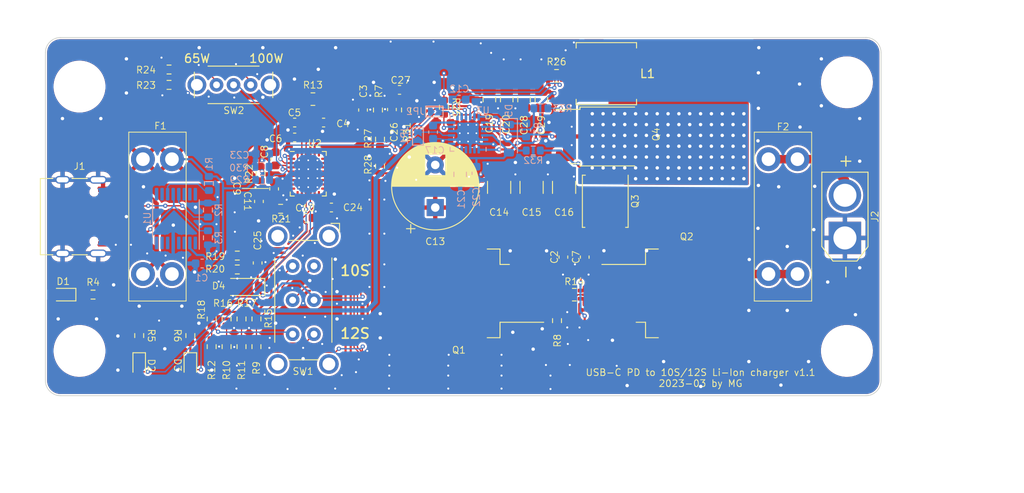
<source format=kicad_pcb>
(kicad_pcb (version 20221018) (generator pcbnew)
  (layers (0 "F.Cu" signal) (31 "B.Cu" signal) (34 "B.Paste" user) (35 "F.Paste" user) (36 "B.SilkS" user "B.Silkscreen") (37 "F.SilkS" user "F.Silkscreen") (38 "B.Mask" user) (39 "F.Mask" user) (44 "Edge.Cuts" user))
  (net 0 "")
  (net 1 "/Charge-IC/VIN")
  (net 2 "GND")
  (net 3 "Net-(Q1-S)")
  (net 4 "Net-(C3-Pad1)")
  (net 5 "Net-(U2-CC)")
  (net 6 "Net-(U2-CLN)")
  (net 7 "Net-(Q2-G)")
  (net 8 "Net-(U2-IIMON)")
  (net 9 "Net-(U2-IBMON)")
  (net 10 "/Charge-IC/BIAS")
  (net 11 "Net-(U2-CX)")
  (net 12 "Net-(U3-Sense+)")
  (net 13 "Net-(U3-Sense-)")
  (net 14 "/Boost-Converter/V_{OUT}")
  (net 15 "Net-(U3-SS)")
  (net 16 "Net-(Q4-D)")
  (net 17 "Net-(D5-K)")
  (net 18 "/Boost-Converter/V_{IN}")
  (net 19 "/Boost-Converter/INTV_{CC}")
  (net 20 "Net-(D1-K)")
  (net 21 "Net-(D2-K)")
  (net 22 "/Charge-IC/~{FAULT}")
  (net 23 "Net-(D3-K)")
  (net 24 "/Charge-IC/~{CHARGE}")
  (net 25 "/Charge-IC/OFB")
  (net 26 "Net-(D4-A)")
  (net 27 "Net-(F1-Pad1)")
  (net 28 "/Charge-IC/BAT")
  (net 29 "Net-(U2-VM)")
  (net 30 "Net-(J1-CC1)")
  (net 34 "Net-(J1-CC2)")
  (net 38 "Net-(L1-Pad1)")
  (net 39 "Net-(Q1-G)")
  (net 40 "/Charge-IC/CSP")
  (net 41 "Net-(Q2-S)")
  (net 42 "Net-(Q3-G)")
  (net 43 "Net-(Q4-G)")
  (net 44 "Net-(U1-SEL)")
  (net 45 "/Boost-Converter/ITH")
  (net 46 "Net-(SW1A-A)")
  (net 47 "Net-(SW1B-A)")
  (net 48 "Net-(SW1A-C)")
  (net 49 "Net-(SW1B-C)")
  (net 50 "Net-(U2-CSN)")
  (net 51 "/Charge-IC/FBG")
  (net 52 "Net-(U2-CL)")
  (net 53 "Net-(SW2-A)")
  (net 54 "Net-(SW2-C)")
  (net 55 "Net-(C27-Pad1)")
  (net 56 "Net-(U3-VFB)")
  (net 57 "/Charge-IC/BFB")
  (net 58 "Net-(SW2-B)")
  (net 70 "/Charge-IC/ENABLE")
  (net 75 "Net-(J2-Pin_2)")
  (net 76 "Net-(JP1-B)")
  (net 77 "Net-(JP2-B)")
  (net 78 "/Boost-Converter/RUN")
  (net 79 "Net-(U3-TG)")
  (net 80 "Net-(U3-BG)")
  (net 81 "Net-(U2-IN)")
  (footprint "Resistor_SMD:R_0603_1608Metric" (layer "F.Cu") (at 114.5 116.2 -90)
    (fp_text reference "R6")
    (fp_text value "180R")
  )
  (footprint "Resistor_SMD:R_0603_1608Metric" (layer "F.Cu") (at 112 85 180)
    (fp_text reference "R24")
    (fp_text value "10k")
  )
  (footprint "Capacitor_SMD:C_0603_1608Metric" (layer "F.Cu") (at 126.735 91.22 180)
    (fp_text reference "C5")
    (fp_text value "1uF 25V")
  )
  (footprint "Resistor_SMD:R_0603_1608Metric" (layer "F.Cu") (at 136.5 89.75 90)
    (fp_text reference "R7")
    (fp_text value "15k")
  )
  (footprint "Resistor_SMD:R_0603_1608Metric" (layer "F.Cu") (at 120.0044 108.4476 180)
    (fp_text reference "R20")
    (fp_text value "200k")
  )
  (footprint "extraFootprints:KEYSTONE-FUSE-3557-2" (layer "F.Cu") (at 110.64 102.25 90)
    (fp_text reference "F1")
    (fp_text value "Fuse" hide)
  )
  (footprint "LED_SMD:LED_0603_1608Metric" (layer "F.Cu") (at 99.5875 111.4 180)
    (fp_text reference "D1")
    (fp_text value "green")
  )
  (footprint "LED_SMD:LED_0603_1608Metric" (layer "F.Cu") (at 114.5 119.7 -90)
    (fp_text reference "D3")
    (fp_text value "blue")
  )
  (footprint "Package_TO_SOT_SMD:TO-263-2" (layer "F.Cu") (at 145.99 111.25 180)
    (fp_text reference "Q1")
    (fp_text value "RSJ250P10")
  )
  (footprint "Capacitor_SMD:C_0603_1608Metric" (layer "F.Cu") (at 124.3224 98.9988 -90)
    (fp_text reference "C9")
    (fp_text value "10nF")
  )
  (footprint "Resistor_SMD:R_0603_1608Metric" (layer "F.Cu") (at 139.791 89.74 90)
    (fp_text reference "R31")
    (fp_text value "10k")
  )
  (footprint "Resistor_SMD:R_0603_1608Metric" (layer "F.Cu") (at 103.0875 111.4 180)
    (fp_text reference "R4")
    (fp_text value "330R")
  )
  (footprint "Resistor_SMD:R_0603_1608Metric" (layer "F.Cu") (at 144.236 89.423 -90)
    (fp_text reference "R25")
    (fp_text value "220k")
  )
  (footprint "extraFootprints:MountingHole_3.2mm_M3_ISO7380_Keepout" (layer "F.Cu") (at 191.5 118)
    (fp_text reference "H2" hide)
    (fp_text value "~")
  )
  (footprint "Package_DFN_QFN:QFN-28-1EP_4x5mm_P0.5mm_EP2.65x3.65mm_ThermalVias" (layer "F.Cu") (at 128.325 97.22)
    (fp_text reference "U2")
    (fp_text value "LTC4000-QFN")
  )
  (footprint "Capacitor_SMD:C_0603_1608Metric" (layer "F.Cu") (at 122.5444 100.472 -90)
    (fp_text reference "C11")
    (fp_text value "1uF")
  )
  (footprint "Resistor_SMD:R_0603_1608Metric" (layer "F.Cu") (at 122.735 97.22 90)
    (fp_text reference "R22")
    (fp_text value "6k8")
  )
  (footprint "Resistor_SMD:R_0603_1608Metric" (layer "F.Cu") (at 120.0044 106.822)
    (fp_text reference "R19")
    (fp_text value "330k")
  )
  (footprint "Capacitor_SMD:C_0603_1608Metric" (layer "F.Cu") (at 134.75 89.75 -90)
    (fp_text reference "C3")
    (fp_text value "100nF")
  )
  (footprint "Capacitor_SMD:C_0805_2012Metric" (layer "F.Cu") (at 151.602 88.534 -90)
    (fp_text reference "C20")
    (fp_text value "10uF 25V")
  )
  (footprint "Capacitor_SMD:C_0603_1608Metric" (layer "F.Cu") (at 128.0562 102.4024)
    (fp_text reference "C10")
    (fp_text value "1uF")
  )
  (footprint "Capacitor_SMD:C_0603_1608Metric" (layer "F.Cu") (at 138.14 89.69 90)
    (fp_text reference "C26")
    (fp_text value "1nF")
  )
  (footprint "Capacitor_SMD:C_0603_1608Metric" (layer "F.Cu") (at 130.125 91.22 180)
    (fp_text reference "C4")
    (fp_text value "DNP")
  )
  (footprint "extraFootprints:R_0805_2012Metric_4Kelvin" (layer "F.Cu") (at 157.444 85.74)
    (fp_text reference "R26")
    (fp_text value "5m")
  )
  (footprint "extraFootprints:SW_E-Switch_EG1249_SPDT" (layer "F.Cu") (at 117.566 86.8)
    (fp_text reference "SW2")
    (fp_text value "SW_SPDT")
  )
  (footprint "Resistor_SMD:R_0603_1608Metric" (layer "F.Cu") (at 112 86.8 180)
    (fp_text reference "R23")
    (fp_text value "6k49")
  )
  (footprint "Capacitor_SMD:C_0603_1608Metric" (layer "F.Cu") (at 126.735 92.97 180)
    (fp_text reference "C6")
    (fp_text value "100nF 25V")
  )
  (footprint "Capacitor_SMD:C_0603_1608Metric" (layer "F.Cu") (at 139.029 87.391 180)
    (fp_text reference "C27")
    (fp_text value "10nF")
  )
  (footprint "Capacitor_SMD:C_0805_2012Metric" (layer "F.Cu") (at 155.666 88.534 -90)
    (fp_text reference "C29")
    (fp_text value "100nF 25V")
  )
  (footprint "Resistor_SMD:R_0603_1608Metric" (layer "F.Cu") (at 157.5 114.45 90)
    (fp_text reference "R8")
    (fp_text value "10M")
  )
  (footprint "Capacitor_SMD:C_0805_2012Metric" (layer "F.Cu") (at 149.57 88.529 -90)
    (fp_text reference "C19")
    (fp_text value "22uF 25V")
  )
  (footprint "Resistor_SMD:R_0603_1608Metric" (layer "F.Cu") (at 125.0844 101.3356 180)
    (fp_text reference "R21")
    (fp_text value "6k8")
  )
  (footprint "extraFootprints:MountingHole_3.2mm_M3_ISO7380_Keepout" (layer "F.Cu") (at 101.5 118)
    (fp_text reference "H1" hide)
    (fp_text value "~")
  )
  (footprint "Package_TO_SOT_SMD:TO-263-2" (layer "F.Cu") (at 172.708 111.25)
    (fp_text reference "Q2")
    (fp_text value "RSJ250P10")
  )
  (footprint "Resistor_SMD:R_0603_1608Metric" (layer "F.Cu") (at 122.25 114.25 90)
    (fp_text reference "R15")
    (fp_text value "91k")
  )
  (footprint "extraFootprints:R_0805_2012Metric_4Kelvin" (layer "F.Cu") (at 128.875 88.47)
    (fp_text reference "R13")
    (fp_text value "5m")
  )
  (footprint "Capacitor_SMD:C_0603_1608Metric" (layer "F.Cu") (at 124.485 95.47 90)
    (fp_text reference "C8")
    (fp_text value "10nF")
  )
  (footprint "Diode_SMD:D_SOD-123" (layer "F.Cu") (at 120.868 110.5 180)
    (fp_text reference "D4")
    (fp_text value "MBR0580-TP")
  )
  (footprint "Capacitor_THT:CP_Radial_D10.0mm_P5.00mm" (layer "F.Cu") (at 143.22 101.187677 90)
    (fp_text reference "C13")
    (fp_text value "180uF 63V")
  )
  (footprint "LED_SMD:LED_0603_1608Metric" (layer "F.Cu") (at 108.5 119.7 -90)
    (fp_text reference "D2")
    (fp_text value "red")
  )
  (footprint "Resistor_SMD:R_0603_1608Metric" (layer "F.Cu") (at 120.5 114.25 90)
    (fp_text reference "R17")
    (fp_text value "56k")
  )
  (footprint "Resistor_SMD:R_0603_1608Metric" (layer "F.Cu") (at 108.5 116.2 -90)
    (fp_text reference "R5")
    (fp_text value "180R")
  )
  (footprint "Capacitor_SMD:C_1210_3225Metric" (layer "F.Cu") (at 154.52 98.82 90)
    (fp_text reference "C15")
    (fp_text value "10uF 63V")
  )
  (footprint "Capacitor_SMD:C_0603_1608Metric" (layer "F.Cu") (at 122.392 107.6856 90)
    (fp_text reference "C25")
    (fp_text value "10nF")
  )
  (footprint "Capacitor_SMD:C_0603_1608Metric" (layer "F.Cu") (at 131.041 101.1832 180)
    (fp_text reference "C24")
    (fp_text value "10nF")
  )
  (footprint "Resistor_SMD:R_0603_1608Metric" (layer "F.Cu") (at 118.75 117.5 90)
    (fp_text reference "R10")
    (fp_text value "3M3")
  )
  (footprint "Resistor_SMD:R_0603_1608Metric" (layer "F.Cu") (at 122.25 117.5 90)
    (fp_text reference "R9")
    (fp_text value "3M3")
  )
  (footprint "Package_TO_SOT_SMD:TO-252-3_TabPin2" (layer "F.Cu") (at 163.5 92.852)
    (fp_text reference "Q4")
    (fp_text value "AOD66920")
  )
  (footprint "Connector_USB:USB_C_Receptacle_Palconn_UTC16-G" (layer "F.Cu") (at 101.75 102.25 -90)
    (fp_text reference "J1")
    (fp_text value "USB_C_Receptacle_USB2.0")
  )
  (footprint "extraFootprints:R_0805_2012Metric_4Kelvin" (layer "F.Cu") (at 159.53 111.405)
    (fp_text reference "R14")
    (fp_text value "5m")
  )
  (footprint "Resistor_SMD:R_0603_1608Metric" (layer "F.Cu") (at 136.743 93.171 -90)
    (fp_text reference "R27")
    (fp_text value "1k5")
  )
  (footprint "Resistor_SMD:R_0603_1608Metric" (layer "F.Cu") (at 120.5 117.5 90)
    (fp_text reference "R11")
    (fp_text value "2M4")
  )
  (footprint "extraFootprints:SW_E-Switch_EG2201_DPDT" (layer "F.Cu") (at 128.996 108.0412 -90)
    (fp_text reference "SW1")
    (fp_text value "SW_DPDT_x2")
  )
  (footprint "Resistor_SMD:R_0603_1608Metric" (layer "F.Cu") (at 117 114.25 90)
    (fp_text reference "R18")
    (fp_text value "56k")
  )
  (footprint "extraFootprints:KEYSTONE-FUSE-3557-2" (layer "F.Cu") (at 184 102.25 90)
    (fp_text reference "F2")
    (fp_text value "Fuse" hide)
  )
  (footprint "Capacitor_SMD:C_0603_1608Metric" (layer "F.Cu") (at 160.75 107 90)
    (fp_text reference "C7")
    (fp_text value "10nF 25V")
  )
  (footprint "Connector_AMASS:AMASS_XT30U-M_1x02_P5.0mm_Vertical" (layer "F.Cu") (at 191.265 104.75 90)
    (fp_text reference "J2")
    (fp_text value "BatteryConnection")
  )
  (footprint "Resistor_SMD:R_0603_1608Metric" (layer "F.Cu") (at 118.75 114.25 90)
    (fp_text reference "R16")
    (fp_text value "91k")
  )
  (footprint "Resistor_SMD:R_0603_1608Metric" (layer "F.Cu") (at 117 117.5 90)
    (fp_text reference "R12")
    (fp_text value "2M4")
  )
  (footprint "extraFootprints:MountingHole_3.2mm_M3_ISO7380_Keepout" (layer "F.Cu") (at 101.5 87)
    (fp_text reference "H3" hide)
    (fp_text value "~")
  )
  (footprint "Capacitor_SMD:C_1210_3225Metric" (layer "F.Cu") (at 158.33 98.82 90)
    (fp_text reference "C16")
    (fp_text value "10uF 63V")
  )
  (footprint "Capacitor_SMD:C_0603_1608Metric" (layer "F.Cu") (at 158.25 107 90)
    (fp_text reference "C2")
    (fp_text value "DNP")
  )
  (footprint "Capacitor_SMD:C_0805_2012Metric" (layer "F.Cu") (at 153.634 88.534 -90)
    (fp_text reference "C28")
    (fp_text value "1uF 25V")
  )
  (footprint "Package_TO_SOT_SMD:TDSON-8-1" (layer "F.Cu") (at 163.159 100.45 -90)
    (fp_text reference "Q3")
    (fp_text value "BSC047N08NS3 G")
  )
  (footprint "Resistor_SMD:R_0603_1608Metric" (layer "F.Cu") (at 136.743 96.346 -90)
    (fp_text reference "R28")
    (fp_text value "68k")
  )
  (footprint "extraFootprints:MountingHole_3.2mm_M3_ISO7380_Keepout" (layer "F.Cu") (at 191.5 86.5)
    (fp_text reference "H4" hide)
    (fp_text value "~")
  )
  (footprint "Capacitor_SMD:C_1210_3225Metric" (layer "F.Cu") (at 150.71 98.82 90)
    (fp_text reference "C14")
    (fp_text value "10uF 63V")
  )
  (footprint "Inductor_SMD:L_Coilcraft_XAL6060-XXX" (layer "F.Cu") (at 163.286 85.486)
    (fp_text reference "L1")
    (fp_text value "XGL6060-223")
  )
  (footprint "Resistor_SMD:R_0603_1608Metric" (layer "B.Cu") (at 122.9 96.408 180)
    (fp_text reference "R30")
    (fp_text value "13k")
  )
  (footprint "Package_SO:TSSOP-16_4.4x5mm_P0.65mm" (layer "B.Cu") (at 112.81 102.48 90)
    (fp_text reference "U1")
    (fp_text value "IP2721")
  )
  (footprint "Capacitor_SMD:C_0603_1608Metric" (layer "B.Cu") (at 146.014 88.534 180)
    (fp_text reference "C12")
    (fp_text value "DNP")
  )
  (footprint "Resistor_SMD:R_0603_1608Metric" (layer "B.Cu") (at 155.603 89.55)
    (fp_text reference "R33")
    (fp_text value "0R")
  )
  (footprint "extraFootprints:SolderJumper-Open_0603" (layer "B.Cu") (at 141.188 92.852 90)
    (fp_text reference "JP1")
    (fp_text value "SolderJumper_2_Open")
  )
  (footprint "extraFootprints:SolderJumper-Open_0603" (layer "B.Cu") (at 143.1184 89.931)
    (fp_text reference "JP2")
    (fp_text value "SolderJumper_2_Open")
  )
  (footprint "Resistor_SMD:R_0603_1608Metric" (layer "B.Cu") (at 122.963 97.932)
    (fp_text reference "R29")
    (fp_text value "150k")
  )
  (footprint "Capacitor_SMD:C_0603_1608Metric" (layer "B.Cu") (at 153.888 92.09 90)
    (fp_text reference "C18")
    (fp_text value "470nF 25V")
  )
  (footprint "Capacitor_SMD:C_0805_2012Metric" (layer "B.Cu") (at 146.141 97.297 -90)
    (fp_text reference "C21")
    (fp_text value "10uF")
  )
  (footprint "Resistor_SMD:R_0603_1608Metric" (layer "B.Cu") (at 116.56 104.73 -90)
    (fp_text reference "R3")
    (fp_text value "5k1")
  )
  (footprint "Package_DFN_QFN:WQFN-24-1EP_4x4mm_P0.5mm_EP2.45x2.45mm_ThermalVias" (layer "B.Cu") (at 147.071 92.471 90)
    (fp_text reference "U3")
    (fp_text value "LTC3769-QFN")
  )
  (footprint "Capacitor_SMD:C_0603_1608Metric" (layer "B.Cu") (at 122.963 94.884 180)
    (fp_text reference "C23")
    (fp_text value "100nF")
  )
  (footprint "Resistor_SMD:R_0603_1608Metric" (layer "B.Cu") (at 116.675 98.365 -90)
    (fp_text reference "R1")
    (fp_text value "100k")
  )
  (footprint "Resistor_SMD:R_0603_1608Metric" (layer "B.Cu") (at 116.56 101.48 90)
    (fp_text reference "R2")
    (fp_text value "5k1")
  )
  (footprint "Capacitor_SMD:C_0603_1608Metric" (layer "B.Cu") (at 148.046 97.17 -90)
    (fp_text reference "C22")
    (fp_text value "1uF")
  )
  (footprint "Diode_SMD:D_SOD-123" (layer "B.Cu") (at 151.856 93.106 -90)
    (fp_text reference "D5")
    (fp_text value "MBR0580-TP")
  )
  (footprint "Capacitor_SMD:C_0603_1608Metric" (layer "B.Cu") (at 142.966 92.344 -90)
    (fp_text reference "C17")
    (fp_text value "100nF")
  )
  (footprint "Resistor_SMD:R_0603_1608Metric" (layer "B.Cu") (at 154.714 94.503)
    (fp_text reference "R32")
    (fp_text value "0R")
  )
  (footprint "Capacitor_SMD:C_0603_1608Metric" (layer "B.Cu") (at 115.885 107.75 180)
    (fp_text reference "C1")
    (fp_text value "1uF 25V")
  )
  (gr_line (start 120.6 98.95) (end 123.662 98.948) (stroke (width 0.1)) (layer "F.SilkS"))
  (gr_arc (start 97.5 83.028) (mid 98.020764 81.770764) (end 99.278 81.25) (stroke (width 0.1)) (layer "Edge.Cuts"))
  (gr_line (start 97.5 83.028) (end 97.5 121.472) (stroke (width 0.1)) (layer "Edge.Cuts"))
  (gr_line (start 193.722 81.25) (end 99.278 81.25) (stroke (width 0.1)) (layer "Edge.Cuts"))
  (gr_line (start 99.278 123.25) (end 193.722 123.25) (stroke (width 0.1)) (layer "Edge.Cuts"))
  (gr_arc (start 195.5 121.472) (mid 194.979236 122.729236) (end 193.722 123.25) (stroke (width 0.1)) (layer "Edge.Cuts"))
  (gr_line (start 195.5 121.472) (end 195.5 83.028) (stroke (width 0.1)) (layer "Edge.Cuts"))
  (gr_arc (start 99.278 123.25) (mid 98.020764 122.729236) (end 97.5 121.472) (stroke (width 0.1)) (layer "Edge.Cuts"))
  (gr_arc (start 193.722 81.25) (mid 194.979236 81.770764) (end 195.5 83.028) (stroke (width 0.1)) (layer "Edge.Cuts"))
  (gr_text "USB-C PD to 10S/12S Li-Ion charger v1.1\n2023-03 by MG" (at 174.335 121.173) (layer "F.SilkS") (effects (font (size 0.8 0.8) (thickness 0.1))))
  (segment (start 116.66 107.75) (end 117 107.75) (width 0.25) (layer "B.Cu") (net 1))
  (segment (start 114.65 95.515) (end 112.34 95.515) (width 0.25) (layer "B.Cu") (net 1))
  (segment (start 118.328 98.313) (end 118.328 98.925) (width 0.25) (layer "B.Cu") (net 1))
  (segment (start 116.675 97.54) (end 114.65 95.515) (width 0.25) (layer "B.Cu") (net 1))
  (segment (start 114.435 105.927124) (end 115.257876 106.75) (width 0.25) (layer "B.Cu") (net 1))
  (segment (start 117 107.75) (end 118.328 106.422) (width 0.25) (layer "B.Cu") (net 1))
  (segment (start 118.328 98.925) (end 121.145 98.925) (width 0.25) (layer "B.Cu") (net 1))
  (segment (start 115.257876 106.75) (end 116 106.75) (width 0.25) (layer "B.Cu") (net 1))
  (segment (start 117.555 97.54) (end 118.328 98.313) (width 0.25) (layer "B.Cu") (net 1))
  (segment (start 118.328 106.422) (end 118.328 98.925) (width 0.25) (layer "B.Cu") (net 1))
  (segment (start 116 106.75) (end 116.66 107.41) (width 0.25) (layer "B.Cu") (net 1))
  (segment (start 116.675 97.54) (end 117.555 97.54) (width 0.25) (layer "B.Cu") (net 1))
  (segment (start 121.145 98.925) (end 122.138 97.932) (width 0.25) (layer "B.Cu") (net 1))
  (segment (start 152.618 97.297) (end 152.57 97.345) (width 0.5) (layer "F.Cu") (net 2))
  (segment (start 123.5 93.25) (end 124.788 93.25) (width 0.5) (layer "F.Cu") (net 2))
  (segment (start 120.0044 109.5144) (end 120.0044 109.2726) (width 0.15) (layer "F.Cu") (net 2))
  (segment (start 149.245 89.479) (end 148.6048 88.8388) (width 0.5) (layer "F.Cu") (net 2))
  (segment (start 124.2594 101.3356) (end 125.3262 100.2688) (width 0.5) (layer "F.Cu") (net 2))
  (segment (start 135.5492 89.7532) (end 133.7204 89.7532) (width 0.25) (layer "F.Cu") (net 2))
  (segment (start 122.9 96.6112) (end 122.9 96.916) (width 0.5) (layer "F.Cu") (net 2))
  (segment (start 131.028 99.964) (end 131.028 101.778) (width 0.15) (layer "F.Cu") (net 2))
  (segment (start 149.57 89.972) (end 149.57 89.479) (width 0.5) (layer "F.Cu") (net 2))
  (segment (start 126.075 94.376) (end 126.681 94.376) (width 0.15) (layer "F.Cu") (net 2))
  (segment (start 120.0044 109.5144) (end 118.1756 109.5144) (width 0.15) (layer "F.Cu") (net 2))
  (segment (start 156.38 97.345) (end 154.52 97.345) (width 0.5) (layer "F.Cu") (net 2))
  (segment (start 148.046 93.446) (end 148.935 94.335) (width 0.5) (layer "F.Cu") (net 2))
  (segment (start 158.33 97.345) (end 156.476 97.345) (width 0.5) (layer "F.Cu") (net 2))
  (segment (start 154.52 97.345) (end 152.666 97.345) (width 0.5) (layer "F.Cu") (net 2))
  (segment (start 138.902 89.677) (end 139.2068 89.677) (width 0.25) (layer "F.Cu") (net 2))
  (segment (start 149.824 90.439) (end 151.221 90.439) (width 0.5) (layer "F.Cu") (net 2))
  (segment (start 126.681 94.376) (end 127.075 94.77) (width 0.15) (layer "F.Cu") (net 2))
  (segment (start 131.028 101.778) (end 131.7 102.45) (width 0.15) (layer "F.Cu") (net 2))
  (segment (start 129.1992 101.6404) (end 129.1992 102.0344) (width 0.15) (layer "F.Cu") (net 2))
  (segment (start 127.075 94.77) (end 127.075 95.47) (width 0.15) (layer "F.Cu") (net 2))
  (segment (start 152.666 97.345) (end 152.618 97.297) (width 0.5) (layer "F.Cu") (net 2))
  (segment (start 122.9 96.916) (end 123.154 97.17) (width 0.25) (layer "F.Cu") (net 2))
  (segment (start 149.57 90.185) (end 149.824 90.439) (width 0.5) (layer "F.Cu") (net 2))
  (segment (start 157.746 97.345) (end 156.428 96.027) (width 0.5) (layer "F.Cu") (net 2))
  (segment (start 145.801 91.201) (end 144.998 91.201) (width 0.5) (layer "F.Cu") (net 2))
  (segment (start 156.301 95.9) (end 155.92 95.519) (width 0.5) (layer "F.Cu") (net 2))
  (segment (start 122.735 96.4462) (end 122.9 96.6112) (width 0.5) (layer "F.Cu") (net 2))
  (segment (start 146.096 91.496) (end 145.801 91.201) (width 0.5) (layer "F.Cu") (net 2))
  (segment (start 148.046 91.496) (end 149.57 89.972) (width 0.5) (layer "F.Cu") (net 2))
  (segment (start 145.166 94.376) (end 144.998 94.376) (width 0.5) (layer "F.Cu") (net 2))
  (segment (start 135.6 89.7024) (end 135.5492 89.7532) (width 0.25) (layer "F.Cu") (net 2))
  (segment (start 127.575 99.67) (end 127.575 99.12) (width 0.15) (layer "F.Cu") (net 2))
  (segment (start 148.935 94.376) (end 148.935 94.335) (width 0.5) (layer "F.Cu") (net 2))
  (segment (start 152.57 97.345) (end 150.71 97.345) (width 0.5) (layer "F.Cu") (net 2))
  (segment (start 139.1814 89.6516) (end 139.2068 89.677) (width 0.25) (layer "F.Cu") (net 2))
  (segment (start 125.3262 100.2688) (end 125.7956 100.2688) (width 0.5) (layer "F.Cu") (net 2))
  (segment (start 151.221 90.439) (end 151.729 90.947) (width 0.5) (layer "F.Cu") (net 2))
  (segment (start 156.428 96.027) (end 156.428 95.9) (width 0.5) (layer "F.Cu") (net 2))
  (segment (start 156.428 97.297) (end 156.38 97.345) (width 0.5) (layer "F.Cu") (net 2))
  (segment (start 127.575 99.67) (end 127.575 101) (width 0.15) (layer "F.Cu") (net 2))
  (segment (start 131.3836 99.6084) (end 131.028 99.964) (width 0.15) (layer "F.Cu") (net 2))
  (segment (start 123.154 97.17) (end 124.8812 97.17) (width 0.25) (layer "F.Cu") (net 2))
  (segment (start 138.14 88.915) (end 138.902 89.677) (width 0.25) (layer "F.Cu") (net 2))
  (segment (start 129.1992 102.0344) (end 128.8312 102.4024) (width 0.15) (layer "F.Cu") (net 2))
  (segment (start 148.6048 88.8388) (end 148.173 88.407) (width 0.5) (layer "F.Cu") (net 2))
  (segment (start 139.2068 89.677) (end 139.41 89.677) (width 0.25) (layer "F.Cu") (net 2))
  (segment (start 156.476 97.345) (end 156.428 97.297) (width 0.5) (layer "F.Cu") (net 2))
  (segment (start 124.788 93.25) (end 125.948 92.09) (width 0.5) (layer "F.Cu") (net 2))
  (segment (start 149.57 89.479) (end 149.57 90.185) (width 0.5) (layer "F.Cu") (net 2))
  (segment (start 120.0044 109.2726) (end 119.1794 108.4476) (width 0.15) (layer "F.Cu") (net 2))
  (segment (start 118.1756 109.5144) (end 117.82 109.87) (width 0.15) (layer "F.Cu") (net 2))
  (segment (start 148.173 88.407) (end 146.903 88.407) (width 0.5) (layer "F.Cu") (net 2))
  (segment (start 124.8812 97.17) (end 125.44 97.7288) (width 0.25) (layer "F.Cu") (net 2))
  (segment (start 137.3272 89.6516) (end 139.1814 89.6516) (width 0.25) (layer "F.Cu") (net 2))
  (segment (start 156.428 95.9) (end 156.301 95.9) (width 0.5) (layer "F.Cu") (net 2))
  (segment (start 158.46 95.132) (end 158.46 97.215) (width 0.5) (layer "F.Cu") (net 2))
  (segment (start 127.575 99.12) (end 127.25 98.795) (width 0.15) (layer "F.Cu") (net 2))
  (segment (start 146.096 93.446) (end 145.166 94.376) (width 0.5) (layer "F.Cu") (net 2))
  (via (at 180 113.25) (size 0.8) (drill 0.4) (layers "F.Cu" "B.Cu") (net 2))
  (via (at 123.7636 117.6424) (size 0.5) (drill 0.24) (layers "F.Cu" "B.Cu") (net 2))
  (via (at 156.2 119.65) (size 0.5) (drill 0.24) (layers "F.Cu" "B.Cu") (net 2))
  (via (at 124.9828 108.5492) (size 0.5) (drill 0.24) (layers "F.Cu" "B.Cu") (net 2))
  (via (at 107 87.75) (size 0.8) (drill 0.4) (layers "F.Cu" "B.Cu") (net 2))
  (via (at 122.2904 111.8512) (size 0.5) (drill 0.24) (layers "F.Cu" "B.Cu") (net 2))
  (via (at 112.5 103.25) (size 0.8) (drill 0.4) (layers "F.Cu" "B.Cu") (net 2))
  (via (at 128.5 109.75) (size 0.8) (drill 0.4) (layers "F.Cu" "B.Cu") (net 2))
  (via (at 152.0084 106.2632) (size 0.8) (drill 0.4) (layers "F.Cu" "B.Cu") (net 2))
  (via (at 159.1204 89.2452) (size 0.5) (drill 0.24) (layers "F.Cu" "B.Cu") (net 2))
  (via (at 127.6752 106.822) (size 0.5) (drill 0.24) (layers "F.Cu" "B.Cu") (net 2))
  (via (at 119.4964 111.5464) (size 0.5) (drill 0.24) (layers "F.Cu" "B.Cu") (net 2))
  (via (at 111.597 106.822) (size 0.5) (drill 0.24) (layers "F.Cu" "B.Cu") (net 2))
  (via (at 99.5 90.75) (size 0.8) (drill 0.4) (layers "F.Cu" "B.Cu") (net 2))
  (via (at 125.313 97.805) (size 0.5) (drill 0.24) (layers "F.Cu" "B.Cu") (net 2))
  (via (at 116.6516 88.1784) (size 0.5) (drill 0.24) (layers "F.Cu" "B.Cu") (net 2))
  (via (at 119.852 84.3684) (size 0.5) (drill 0.24) (layers "F.Cu" "B.Cu") (net 2))
  (via (at 148.554 81.93) (size 0.5) (drill 0.24) (layers "F.Cu" "B.Cu") (net 2))
  (via (at 137.2764 88.0768) (size 0.5) (drill 0.24) (layers "F.Cu" "B.Cu") (net 2))
  (via (at 131.5 107.25) (size 0.8) (drill 0.4) (layers "F.Cu" "B.Cu") (net 2))
  (via (at 131.6884 112.4608) (size 0.5) (drill 0.24) (layers "F.Cu" "B.Cu") (net 2))
  (via (at 180.05 107.2792) (size 0.8) (drill 0.4) (layers "F.Cu" "B.Cu") (net 2))
  (via (at 130.3676 111.0892) (size 0.5) (drill 0.24) (layers "F.Cu" "B.Cu") (net 2))
  (via (at 134.6856 112.4608) (size 0.5) (drill 0.24) (layers "F.Cu" "B.Cu") (net 2))
  (via (at 119.7 97.75) (size 0.8) (drill 0.4) (layers "F.Cu" "B.Cu") (net 2))
  (via (at 127.7768 120.792) (size 0.5) (drill 0.24) (layers "F.Cu" "B.Cu") (net 2))
  (via (at 137.8352 119.7252) (size 0.5) (drill 0.24) (layers "F.Cu" "B.Cu") (net 2))
  (via (at 107 102.25) (size 0.8) (drill 0.4) (layers "F.Cu" "B.Cu") (net 2))
  (via (at 144.7948 118.4552) (size 0.5) (drill 0.24) (layers "F.Cu" "B.Cu") (net 2))
  (via (at 131.3836 99.6084) (size 0.8) (drill 0.4) (layers "F.Cu" "B.Cu") (net 2))
  (via (at 115.661 103.139) (size 0.5) (drill 0.24) (layers "F.Cu" "B.Cu") (net 2))
  (via (at 161.1524 116.728) (size 0.5) (drill 0.24) (layers "F.Cu" "B.Cu") (net 2))
  (via (at 180 119.25) (size 0.8) (drill 0.4) (layers "F.Cu" "B.Cu") (net 2))
  (via (at 183.5 98.75) (size 0.8) (drill 0.4) (layers "F.Cu" "B.Cu") (net 2))
  (via (at 193 108.25) (size 0.8) (drill 0.4) (layers "F.Cu" "B.Cu") (net 2))
  (via (at 129.0976 105.3488) (size 0.5) (drill 0.24) (layers "F.Cu" "B.Cu") (net 2))
  (via (at 125.7956 100.2688) (size 0.5) (drill 0.24) (layers "F.Cu" "B.Cu") (net 2))
  (via (at 168 106.25) (size 0.8) (drill 0.4) (layers "F.Cu" "B.Cu") (net 2))
  (via (at 129.9612 117.1852) (size 0.5) (drill 0.24) (layers "F.Cu" "B.Cu") (net 2))
  (via (at 122.138 98.821) (size 0.5) (drill 0.24) (layers "F.Cu" "B.Cu") (net 2))
  (via (at 125.8972 122.4684) (size 0.5) (drill 0.24) (layers "F.Cu" "B.Cu") (net 2))
  (via (at 130.3168 113.9848) (size 0.5) (drill 0.24) (layers "F.Cu" "B.Cu") (net 2))
  (via (at 188.5 89.25) (size 0.8) (drill 0.4) (layers "F.Cu" "B.Cu") (net 2))
  (via (at 122.9 95.646) (size 0.5) (drill 0.24) (layers "F.Cu" "B.Cu") (net 2))
  (via (at 131.536 82.438) (size 0.8) (drill 0.4) (layers "F.Cu" "B.Cu") (net 2))
  (via (at 137.25 107.85) (size 0.5) (drill 0.24) (layers "F.Cu" "B.Cu") (net 2))
  (via (at 135.981 86.502) (size 0.8) (drill 0.4) (layers "F.Cu" "B.Cu") (net 2))
  (via (at 122.9 96.916) (size 0.5) (drill 0.24) (layers "F.Cu" "B.Cu") (net 2))
  (via (at 159 119.65) (size 0.5) (drill 0.24) (layers "F.Cu" "B.Cu") (net 2))
  (via (at 187.7208 98.694) (size 0.8) (drill 0.4) (layers "F.Cu" "B.Cu") (net 2))
  (via (at 126.075 94.376) (size 0.5) (drill 0.24) (layers "F.Cu" "B.Cu") (net 2))
  (via (at 119.6996 101.742) (size 0.5) (drill 0.24) (layers "F.Cu" "B.Cu") (net 2))
  (via (at 155.666 83.8096) (size 0.5) (drill 0.24) (layers "F.Cu" "B.Cu") (net 2))
  (via (at 121.376 115.3056) (size 0.5) (drill 0.24) (layers "F.Cu" "B.Cu") (net 2))
  (via (at 181.1168 85.3844) (size 0.8) (drill 0.4) (layers "F.Cu" "B.Cu") (net 2))
  (via (at 136.7684 113.6292) (size 0.8) (drill 0.4) (layers "F.Cu" "B.Cu") (net 2))
  (via (at 127.726 117.6424) (size 0.5) (drill 0.24) (layers "F.Cu" "B.Cu") (net 2))
  (via (at 119.9028 122.4176) (size 0.5) (drill 0.24) (layers "F.Cu" "B.Cu") (net 2))
  (via (at 137.8352 118.4552) (size 0.5) (drill 0.24) (layers "F.Cu" "B.Cu") (net 2))
  (via (at 186 91.75) (size 0.8) (drill 0.4) (layers "F.Cu" "B.Cu") (net 2))
  (via (at 148.554 97.297) (size 0.5) (drill 0.24) (layers "F.Cu" "B.Cu") (net 2))
  (via (at 144.744 119.7252) (size 0.5) (drill 0.24) (layers "F.Cu" "B.Cu") (net 2))
  (via (at 156.428 95.9) (size 0.8) (drill 0.4) (layers "F.Cu" "B.Cu") (net 2))
  (via (at 150.0272 93.7664) (size 0.5) (drill 0.24) (layers "F.Cu" "B.Cu") (net 2))
  (via (at 183.7584 122.0112) (size 0.8) (drill 0.4) (layers "F.Cu" "B.Cu") (net 2))
  (via (at 105.755 105.552) (size 0.5) (drill 0.24) (layers "F.Cu" "B.Cu") (net 2))
  (via (at 181.066 103.6216) (size 0.8) (drill 0.4) (layers "F.Cu" "B.Cu") (net 2))
  (via (at 138.14 92.344) (size 0.8) (drill 0.4) (layers "F.Cu" "B.Cu") (net 2))
  (via (at 111.5 117.75) (size 0.8) (drill 0.4) (layers "F.Cu" "B.Cu") (net 2))
  (via (at 134.1268 92.0392) (size 0.5) (drill 0.24) (layers "F.Cu" "B.Cu") (net 2))
  (via (at 127.9292 114.0356) (size 0.5) (drill 0.24) (layers "F.Cu" "B.Cu") (net 2))
  (via (at 156.7328 122.4684) (size 0.5) (drill 0.24) (layers "F.Cu" "B.Cu") (net 2))
  (via (at 117 120.25) (size 0.8) (drill 0.4) (layers "F.Cu" "B.Cu") (net 2))
  (via (at 123 82.438) (size 0.8) (drill 0.4) (layers "F.Cu" "B.Cu") (net 2))
  (via (at 136.7684 116.474) (size 0.8) (drill 0.4) (layers "F.Cu" "B.Cu") (net 2))
  (via (at 165.7244 122.062) (size 0.8) (drill 0.4) (layers "F.Cu" "B.Cu") (net 2))
  (via (at 123.4588 110.3272) (size 0.5) (drill 0.24) (layers "F.Cu" "B.Cu") (net 2))
  (via (at 134.25 119) (size 0.5) (drill 0.24) (layers "F.Cu" "B.Cu") (net 2))
  (via (at 156.555 91.201) (size 0.8) (drill 0.4) (layers "F.Cu" "B.Cu") (net 2))
  (via (at 148.6048 88.8388) (size 0.5) (drill 0.24) (layers "F.Cu" "B.Cu") (net 2))
  (via (at 135.473 93.106) (size 0.8) (drill 0.4) (layers "F.Cu" "B.Cu") (net 2))
  (via (at 137.886 94.884) (size 0.5) (drill 0.24) (layers "F.Cu" "B.Cu") (net 2))
  (via (at 137.7844 122.4176) (size 0.5) (drill 0.24) (layers "F.Cu" "B.Cu") (net 2))
  (via (at 145.252 87.137) (size 0.8) (drill 0.4) (layers "F.Cu" "B.Cu") (net 2))
  (via (at 152.618 95.9) (size 0.8) (drill 0.4) (layers "F.Cu" "B.Cu") (net 2))
  (via (at 160.1364 115.2548) (size 0.5) (drill 0.24) (layers "F.Cu" "B.Cu") (net 2))
  (via (at 170 119.25) (size 0.8) (drill 0.4) (layers "F.Cu" "B.Cu") (net 2))
  (via (at 126.456 110.632) (size 0.5) (drill 0.24) (layers "F.Cu" "B.Cu") (net 2))
  (via (at 126.71 86.121) (size 0.8) (drill 0.4) (layers "F.Cu" "B.Cu") (net 2))
  (via (at 107.533 105.552) (size 0.5) (drill 0.24) (layers "F.Cu" "B.Cu") (net 2))
  (via (at 153.2276 83.8096) (size 0.5) (drill 0.24) (layers "F.Cu" "B.Cu") (net 2))
  (via (at 157.3424 83.8096) (size 0.5) (drill 0.24) (layers "F.Cu" "B.Cu") (net 2))
  (via (at 134.7 114.25) (size 0.5) (drill 0.24) (layers "F.Cu" "B.Cu") (net 2))
  (via (at 124.2716 106.5172) (size 0.5) (drill 0.24) (layers "F.Cu" "B.Cu") (net 2))
  (via (at 139.156 93.868) (size 0.5) (drill 0.24) (layers "F.Cu" "B.Cu") (net 2))
  (via (at 122.3412 85.5368) (size 0.5) (drill 0.24) (layers "F.Cu" "B.Cu") (net 2))
  (via (at 120.0044 109.5144) (size 0.5) (drill 0.24) (layers "F.Cu" "B.Cu") (net 2))
  (via (at 137.9876 81.7268) (size 0.5) (drill 0.24) (layers "F.Cu" "B.Cu") (net 2))
  (via (at 135.5 100.25) (size 0.5) (drill 0.24) (layers "F.Cu" "B.Cu") (net 2))
  (via (at 132.2472 120.8428) (size 0.5) (drill 0.24) (layers "F.Cu" "B.Cu") (net 2))
  (via (at 144.109 93.36) (size 0.5) (drill 0.24) (layers "F.Cu" "B.Cu") (net 2))
  (via (at 115.5 114.75) (size 0.8) (drill 0.4) (layers "F.Cu" "B.Cu") (net 2))
  (via (at 99 114.25) (size 0.8) (drill 0.4) (layers "F.Cu" "B.Cu") (net 2))
  (via (at 127.3196 103.52) (size 0.5) (drill 0.24) (layers "F.Cu" "B.Cu") (net 2))
  (via (at 105.5 110.25) (size 0.8) (drill 0.4) (layers "F.Cu" "B.Cu") (net 2))
  (via (at 106 120.25) (size 0.8) (drill 0.4) (layers "F.Cu" "B.Cu") (net 2))
  (via (at 109 98.75) (size 0.8) (drill 0.4) (layers "F.Cu" "B.Cu") (net 2))
  (via (at 158.7 115.25) (size 0.5) (drill 0.24) (layers "F.Cu" "B.Cu") (net 2))
  (via (at 187 119.25) (size 0.8) (drill 0.4) (layers "F.Cu" "B.Cu") (net 2))
  (via (at 111.216 88.026) (size 0.5) (drill 0.24) (layers "F.Cu" "B.Cu") (net 2))
  (via (at 164 116.75) (size 0.8) (drill 0.4) (layers "F.Cu" "B.Cu") (net 2))
  (via (at 131.7 111.05) (size 0.8) (drill 0.4) (layers "F.Cu" "B.Cu") (net 2))
  (via (at 125.4 99.75) (size 0.5) (drill 0.24) (layers "F.Cu" "B.Cu") (net 2))
  (via (at 133.568 88.534) (size 0.5) (drill 0.24) (layers "F.Cu" "B.Cu") (net 2))
  (via (at 143.0168 81.7268) (size 0.5) (drill 0.24) (layers "F.Cu" "B.Cu") (net 2))
  (via (at 151.2464 83.8096) (size 0.5) (drill 0.24) (layers "F.Cu" "B.Cu") (net 2))
  (via (at 127.726 118.9124) (size 0.8) (drill 0.4) (layers "F.Cu" "B.Cu") (net 2))
  (via (at 159.476 97.551) (size 0.5) (drill 0.24) (layers "F.Cu" "B.Cu") (net 2))
  (via (at 150.9924 120.8936) (size 0.5) (drill 0.24) (layers "F.Cu" "B.Cu") (net 2))
  (via (at 114.2 87.75) (size 0.5) (drill 0.24) (layers "F.Cu" "B.Cu") (net 2))
  (via (at 130 92.25) (size 0.8) (drill 0.4) (layers "F.Cu" "B.Cu") (net 2))
  (via (at 181.066 93.36) (size 0.8) (drill 0.4) (layers "F.Cu" "B.Cu") (net 2))
  (via (at 109.438 106.568) (size 0.5) (drill 0.24) (layers "F.Cu" "B.Cu") (net 2))
  (via (at 119.725 104.028) (size 0.5) (drill 0.24) (layers "F.Cu" "B.Cu") (net 2))
  (via (at 138.7496 96.5096) (size 0.5) (drill 0.24) (layers "F.Cu" "B.Cu") (net 2))
  (via (at 115.534 82.438) (size 0.8) (drill 0.4) (layers "F.Cu" "B.Cu") (net 2))
  (via (at 135.5 107.85) (size 0.5) (drill 0.24) (layers "F.Cu" "B.Cu") (net 2))
  (via (at 152.3132 115.8136) (size 0.8) (drill 0.4) (layers "F.Cu" "B.Cu") (net 2))
  (via (at 131.7 102.45) (size 0.5) (drill 0.24) (layers "F.Cu" "B.Cu") (net 2))
  (via (at 111.1144 83.6064) (size 0.5) (drill 0.24) (layers "F.Cu" "B.Cu") (net 2))
  (via (at 119.9536 119.7252) (size 0.5) (drill 0.24) (layers "F.Cu" "B.Cu") (net 2))
  (via (at 131.1804 109.5652) (size 0.5) (drill 0.24) (layers "F.Cu" "B.Cu") (net 2))
  (via (at 137.25 110.5) (size 0.5) (drill 0.24) (layers "F.Cu" "B.Cu") (net 2))
  (via (at 158.7 113.45) (size 0.5) (drill 0.24) (layers "F.Cu" "B.Cu") (net 2))
  (via (at 135.473 95.138) (size 0.8) (drill 0.4) (layers "F.Cu" "B.Cu") (net 2))
  (via (at 185.9428 86.7052) (size 0.8) (drill 0.4) (layers "F.Cu" "B.Cu") (net 2))
  (via (at 122.8492 105.0948) (size 0.5) (drill 0.24) (layers "F.Cu" "B.Cu") (net 2))
  (via (at 119.6234 115.3056) (size 0.5) (drill 0.24) (layers "F.Cu" "B.Cu") (net 2))
  (via (at 155.7676 115.4072) (size 0.8) (drill 0.4) (layers "F.Cu" "B.Cu") (net 2))
  (via (at 159.222 91.709) (size 0.5) (drill 0.24) (layers "F.Cu" "B.Cu") (net 2))
  (via (at 144.744 122.4176) (size 0.5) (drill 0.24) (layers "F.Cu" "B.Cu") (net 2))
  (via (at 127.575 101) (size 0.5) (drill 0.24) (layers "F.Cu" "B.Cu") (net 2))
  (via (at 193 95.75) (size 0.8) (drill 0.4) (layers "F.Cu" "B.Cu") (net 2))
  (via (at 156.2756 106.2632) (size 0.8) (drill 0.4) (layers "F.Cu" "B.Cu") (net 2))
  (via (at 135.6 88.05) (size 0.5) (drill 0.24) (layers "F.Cu" "B.Cu") (net 2))
  (via (at 135.5 110.5) (size 0.5) (drill 0.24) (layers "F.Cu" "B.Cu") (net 2))
  (via (at 193 90.75) (size 0.8) (drill 0.4) (layers "F.Cu" "B.Cu") (net 2))
  (via (at 143.093 86.502) (size 0.8) (drill 0.4) (layers "F.Cu" "B.Cu") (net 2))
  (via (at 119.6488 88.28) (size 0.5) (drill 0.24) (layers "F.Cu" "B.Cu") (net 2))
  (via (at 107 83.75) (size 0.8) (drill 0.4) (layers "F.Cu" "B.Cu") (net 2))
  (via (at 149.7732 83.0476) (size 0.5) (drill 0.24) (layers "F.Cu" "B.Cu") (net 2))
  (via (at 110.581 110.378) (size 0.5) (drill 0.24) (layers "F.Cu" "B.Cu") (net 2))
  (via (at 154.7008 117.7948) (size 0.8) (drill 0.4) (layers "F.Cu" "B.Cu") (net 2))
  (via (at 113.629 107.076) (size 0.5) (drill 0.24) (layers "F.Cu" "B.Cu") (net 2))
  (via (at 119.725 99.583) (size 0.5) (drill 0.24) (layers "F.Cu" "B.Cu") (net 2))
  (via (at 103.5 114.25) (size 0.8) (drill 0.4) (layers "F.Cu" "B.Cu") (net 2))
  (via (at 144.744 120.8936) (size 0.5) (drill 0.24) (layers "F.Cu" "B.Cu") (net 2))
  (via (at 131.4852 122.4176) (size 0.5) (drill 0.24) (layers "F.Cu" "B.Cu") (net 2))
  (via (at 122.5 102.75) (size 0.8) (drill 0.4) (layers "F.Cu" "B.Cu") (net 2))
  (via (at 139.537 91.709) (size 0.8) (drill 0.4) (layers "F.Cu" "B.Cu") (net 2))
  (via (at 164.5 119.75) (size 0.5) (drill 0.24) (layers "F.Cu" "B.Cu") (net 2))
  (via (at 187.6192 103.774) (size 0.8) (drill 0.4) (layers "F.Cu" "B.Cu") (net 2))
  (via (at 135.5 104.25) (size 0.5) (drill 0.24) (layers "F.Cu" "B.Cu") (net 2))
  (via (at 110.835 114.442) (size 0.5) (drill 0.24) (layers "F.Cu" "B.Cu") (net 2))
  (via (at 129.504 84.978) (size 0.8) (drill 0.4) (layers "F.Cu" "B.Cu") (net 2))
  (via (at 115.4832 84.47) (size 0.5) (drill 0.24) (layers "F.Cu" "B.Cu") (net 2))
  (via (at 181.1168 98.5924) (size 0.8) (drill 0.4) (layers "F.Cu" "B.Cu") (net 2))
  (via (at 117.566 106.314) (size 0.5) (drill 0.24) (layers "F.Cu" "B.Cu") (net 2))
  (via (at 150.586 89.55) (size 0.5) (drill 0.24) (layers "F.Cu" "B.Cu") (net 2))
  (via (at 140.9848 97.932) (size 0.5) (drill 0.24) (layers "F.Cu" "B.Cu") (net 2))
  (via (at 133 91.25) (size 0.8) (drill 0.4) (layers "F.Cu" "B.Cu") (net 2))
  (via (at 127.726 112.41) (size 0.5) (drill 0.24) (layers "F.Cu" "B.Cu") (net 2))
  (via (at 140.172 95.265) (size 0.8) (drill 0.4) (layers "F.Cu" "B.Cu") (net 2))
  (via (at 137.25 100.25) (size 0.5) (drill 0.24) (layers "F.Cu" "B.Cu") (net 2))
  (via (at 156.7328 120.8936) (size 0.5) (drill 0.24) (layers "F.Cu" "B.Cu") (net 2))
  (via (at 141.061 88.661) (size 0.8) (drill 0.4) (layers "F.Cu" "B.Cu") (net 2))
  (via (at 108.5 112.75) (size 0.8) (drill 0.4) (layers "F.Cu" "B.Cu") (net 2))
  (via (at 113.5 112.75) (size 0.8) (drill 0.4) (layers "F.Cu" "B.Cu") (net 2))
  (via (at 152.618 89.55) (size 0.5) (drill 0.24) (layers "F.Cu" "B.Cu") (net 2))
  (via (at 123 88.25) (size 0.8) (drill 0.4) (layers "F.Cu" "B.Cu") (net 2))
  (via (at 159.476 81.8284) (size 0.5) (drill 0.24) (layers "F.Cu" "B.Cu") (net 2))
  (via (at 150.9924 122.4176) (size 0.5) (drill 0.24) (layers "F.Cu" "B.Cu") (net 2))
  (via (at 106 116.25) (size 0.8) (drill 0.4) (layers "F.Cu" "B.Cu") (net 2))
  (via (at 181.1168 89.55) (size 0.8) (drill 0.4) (layers "F.Cu" "B.Cu") (net 2))
  (via (at 113 120.25) (size 0.8) (drill 0.4) (layers "F.Cu" "B.Cu") (net 2))
  (via (at 133.9236 120.4872) (size 0.5) (drill 0.24) (layers "F.Cu" "B.Cu") (net 2))
  (via (at 184.5 105.75) (size 0.8) (drill 0.4) (layers "F.Cu" "B.Cu") (net 2))
  (via (at 159.222 93.868) (size 0.5) (drill 0.24) (layers "F.Cu" "B.Cu") (net 2))
  (via (at 158.7648 117.1852) (size 0.5) (drill 0.24) (layers "F.Cu" "B.Cu") (net 2))
  (via (at 135.5 98) (size 0.5) (drill 0.24) (layers "F.Cu" "B.Cu") (net 2))
  (via (at 129.1992 101.6404) (size 0.5) (drill 0.24) (layers "F.Cu" "B.Cu") (net 2))
  (via (at 123.8144 116.474) (size 0.5) (drill 0.24) (layers "F.Cu" "B.Cu") (net 2))
  (via (at 121.63 109.362) (size 0.5) (drill 0.24) (layers "F.Cu" "B.Cu") (net 2))
  (via (at 150.9924 119.7252) (size 0.5) (drill 0.24) (layers "F.Cu" "B.Cu") (net 2))
  (via (at 104 90.75) (size 0.8) (drill 0.4) (layers "F.Cu" "B.Cu") (net 2))
  (via (at 147.1824 97.5764) (size 0.5) (drill 0.24) (layers "F.Cu" "B.Cu") (net 2))
  (via (at 123.2048 120.792) (size 0.5) (drill 0.24) (layers "F.Cu" "B.Cu") (net 2))
  (via (at 161.2 109.05) (size 0.5) (drill 0.24) (layers "F.Cu" "B.Cu") (net 2))
  (via (at 188.5 83.75) (size 0.8) (drill 0.4) (layers "F.Cu" "B.Cu") (net 2))
  (via (at 123.5 93.25) (size 0.8) (drill 0.4) (layers "F.Cu" "B.Cu") (net 2))
  (via (at 156.428 97.297) (size 0.5) (drill 0.24) (layers "F.Cu" "B.Cu") (net 2))
  (via (at 117.566 103.139) (size 0.5) (drill 0.24) (layers "F.Cu" "B.Cu") (net 2))
  (via (at 117.82 109.87) (size 0.5) (drill 0.24) (layers "F.Cu" "B.Cu") (net 2))
  (via (at 125.44 102.504) (size 0.5) (drill 0.24) (layers "F.Cu" "B.Cu") (net 2))
  (via (at 115 108.75) (size 0.8) (drill 0.4) (layers "F.Cu" "B.Cu") (net 2))
  (via (at 131.7 114.25) (size 0.8) (drill 0.4) (layers "F.Cu" "B.Cu") (net 2))
  (via (at 119.6488 117.5408) (size 0.5) (drill 0.24) (layers "F.Cu" "B.Cu") (net 2))
  (via (at 137.3272 89.6516) (size 0.5) (drill 0.24) (layers "F.Cu" "B.Cu") (net 2))
  (via (at 156.174 93.36) (size 0.8) (drill 0.4) (layers "F.Cu" "B.Cu") (net 2))
  (via (at 149.3668 96.0524) (size 0.5) (drill 0.24) (layers "F.Cu" "B.Cu") (net 2))
  (via (at 150.9924 118.4552) (size 0.5) (drill 0.24) (layers "F.Cu" "B.Cu") (net 2))
  (via (at 139.791 93.233) (size 0.5) (drill 0.24) (layers "F.Cu" "B.Cu") (net 2))
  (via (at 136.108 96.3064) (size 0.5) (drill 0.24) (layers "F.Cu" "B.Cu") (net 2))
  (via (at 117.8708 117.49) (size 0.5) (drill 0.24) (layers "F.Cu" "B.Cu") (net 2))
  (via (at 135.25 118) (size 0.5) (drill 0.24) (layers "F.Cu" "B.Cu") (net 2))
  (via (at 163 106.25) (size 0.8) (drill 0.4) (layers "F.Cu" "B.Cu") (net 2))
  (via (at 137.25 104.25) (size 0.5) (drill 0.24) (layers "F.Cu" "B.Cu") (net 2))
  (via (at 143.1692 88.5848) (size 0.5) (drill 0.24) (layers "F.Cu" "B.Cu") (net 2))
  (via (at 137.8352 120.8936) (size 0.5) (drill 0.24) (layers "F.Cu" "B.Cu") (net 2))
  (via (at 140.0196 86.2988) (size 0.5) (drill 0.24) (layers "F.Cu" "B.Cu") (net 2))
  (via (at 184.5 113.25) (size 0.8) (drill 0.4) (layers "F.Cu" "B.Cu") (net 2))
  (via (at 181.1676 82.438) (size 0.8) (drill 0.4) (layers "F.Cu" "B.Cu") (net 2))
  (via (at 123.3064 107.584) (size 0.5) (drill 0.24) (layers "F.Cu" "B.Cu") (net 2))
  (via (at 126.5576 104.4852) (size 0.5) (drill 0.24) (layers "F.Cu" "B.Cu") (net 2))
  (via (at 115.1 101.15) (size 0.8) (drill 0.4) (layers "F.Cu" "B.Cu") (net 2))
  (via (at 158.5108 82.7428) (size 0.5) (drill 0.24) (layers "F.Cu" "B.Cu") (net 2))
  (via (at 158.2 109.05) (size 0.5) (drill 0.24) (layers "F.Cu" "B.Cu") (net 2))
  (via (at 189.2448 109.9208) (size 0.8) (drill 0.4) (layers "F.Cu" "B.Cu") (net 2))
  (via (at 152.618 97.297) (size 0.5) (drill 0.24) (layers "F.Cu" "B.Cu") (net 2))
  (via (at 135.6 89.7024) (size 0.5) (drill 0.24) (layers "F.Cu" "B.Cu") (net 2))
  (via (at 174.3604 122.1636) (size 0.8) (drill 0.4) (layers "F.Cu" "B.Cu") (net 2))
  (via (at 117.693 99.964) (size 0.5) (drill 0.24) (layers "F.Cu" "B.Cu") (net 2))
  (via (at 141.315 90.566) (size 0.5) (drill 0.24) (layers "F.Cu" "B.Cu") (net 2))
  (via (at 192.5 113.75) (size 0.8) (drill 0.4) (layers "F.Cu" "B.Cu") (net 2))
  (via (at 137.378 98.059) (size 0.5) (drill 0.24) (layers "F.Cu" "B.Cu") (net 2))
  (via (at 124.5 114.75) (size 0.8) (drill 0.4) (layers "F.Cu" "B.Cu") (net 2))
  (via (at 125.948 92.09) (size 0.8) (drill 0.4) (layers "F.Cu" "B.Cu") (net 2))
  (via (at 159.6 107.85) (size 0.5) (drill 0.24) (layers "F.Cu" "B.Cu") (net 2))
  (segment (start 143.868 93.119) (end 144.109 93.36) (width 0.15) (layer "B.Cu") (net 2))
  (segment (start 146.5118 98.247) (end 147.1824 97.5764) (width 0.25) (layer "B.Cu") (net 2))
  (segment (start 147.551 97.945) (end 147.1824 97.5764) (width 0.25) (layer "B.Cu") (net 2))
  (segment (start 145.871 93.221) (end 146.096 93.446) (width 0.25) (layer "B.Cu") (net 2))
  (segment (start 142.966 93.119) (end 143.868 93.119) (width 0.15) (layer "B.Cu") (net 2))
  (segment (start 149.0085 93.221) (end 148.271 93.221) (width 0.25) (layer "B.Cu") (net 2))
  (segment (start 147.321 93.696) (end 147.071 93.446) (width 0.25) (layer "B.Cu") (net 2))
  (segment (start 148.319 93.719) (end 148.046 93.446) (width 0.25) (layer "B.Cu") (net 2))
  (segment (start 149.0065 93.719) (end 148.319 93.719) (width 0.25) (layer "B.Cu") (net 2))
  (segment (start 145.1335 93.221) (end 144.248 93.221) (width 0.15) (layer "B.Cu") (net 2))
  (segment (start 145.1335 92.221) (end 145.846 92.221) (width 0.25) (layer "B.Cu") (net 2))
  (segment (start 148.046 97.945) (end 147.551 97.945) (width 0.25) (layer "B.Cu") (net 2))
  (segment (start 145.1335 93.221) (end 145.871 93.221) (width 0.25) (layer "B.Cu") (net 2))
  (segment (start 147.321 94.4085) (end 147.321 93.696) (width 0.25) (layer "B.Cu") (net 2))
  (segment (start 145.846 92.221) (end 146.096 92.471) (width 0.25) (layer "B.Cu") (net 2))
  (segment (start 148.271 93.221) (end 148.046 93.446) (width 0.25) (layer "B.Cu") (net 2))
  (segment (start 144.248 93.221) (end 144.109 93.36) (width 0.15) (layer "B.Cu") (net 2))
  (segment (start 158.0675 113.0575) (end 157.5 113.625) (width 0.25) (layer "F.Cu") (net 3))
  (segment (start 158.0675 111.9625) (end 158.0675 113.0575) (width 0.25) (layer "F.Cu") (net 3))
  (segment (start 134.75 88.975) (end 136.45 88.975) (width 0.25) (layer "F.Cu") (net 4))
  (segment (start 132.3214 92.9536) (end 134.75 90.525) (width 0.25) (layer "F.Cu") (net 5))
  (segment (start 128.575 94.77) (end 128.575 93.527) (width 0.25) (layer "F.Cu") (net 5))
  (segment (start 129.1484 92.9536) (end 132.3214 92.9536) (width 0.25) (layer "F.Cu") (net 5))
  (segment (start 128.575 93.527) (end 129.1484 92.9536) (width 0.25) (layer "F.Cu") (net 5))
  (segment (start 128.162 92.00604) (end 128.16152 92.00652) (width 0.15) (layer "F.Cu") (net 6))
  (segment (start 130.085 88.47) (end 129.303026 88.47) (width 0.15) (layer "F.Cu") (net 6))
  (segment (start 128.16152 93.53408) (end 128.075 93.6206) (width 0.15) (layer "F.Cu") (net 6))
  (segment (start 129.35 91.22) (end 128.2912 91.22) (width 0.15) (layer "F.Cu") (net 6))
  (segment (start 128.075 93.6206) (end 128.075 94.77) (width 0.15) (layer "F.Cu") (net 6))
  (segment (start 129.073 88.700026) (end 129.073 90.943) (width 0.15) (layer "F.Cu") (net 6))
  (segment (start 128.2912 91.22) (end 128.162 91.3492) (width 0.15) (layer "F.Cu") (net 6))
  (segment (start 129.303026 88.47) (end 129.073 88.700026) (width 0.15) (layer "F.Cu") (net 6))
  (segment (start 128.162 91.3492) (end 128.162 92.00604) (width 0.15) (layer "F.Cu") (net 6))
  (segment (start 128.16152 92.00652) (end 128.16152 93.53408) (width 0.15) (layer "F.Cu") (net 6))
  (segment (start 160.25 108.275) (end 160.75 107.775) (width 0.25) (layer "F.Cu") (net 7))
  (segment (start 132.72 97.47) (end 130.275 97.47) (width 0.25) (layer "F.Cu") (net 7))
  (segment (start 160.25 110) (end 160.25 108.275) (width 0.25) (layer "F.Cu") (net 7))
  (segment (start 156.5 120.25) (end 134.5 120.25) (width 0.25) (layer "F.Cu") (net 7))
  (segment (start 160.746 116.004) (end 156.5 120.25) (width 0.25) (layer "F.Cu") (net 7))
  (segment (start 160.746 113.8832) (end 160.746 116.004) (width 0.25) (layer "F.Cu") (net 7))
  (segment (start 165.005 108.71) (end 161.685 108.71) (width 0.25) (layer "F.Cu") (net 7))
  (segment (start 133.3 119.05) (end 133.3 98.05) (width 0.25) (layer "F.Cu") (net 7))
  (segment (start 134.5 120.25) (end 133.3 119.05) (width 0.25) (layer "F.Cu") (net 7))
  (segment (start 133.3 98.05) (end 132.72 97.47) (width 0.25) (layer "F.Cu") (net 7))
  (segment (start 161.685 108.71) (end 160.75 107.775) (width 0.25) (layer "F.Cu") (net 7))
  (via (at 160.25 110) (size 0.5) (drill 0.24) (layers "F.Cu" "B.Cu") (net 7))
  (via (at 160.746 113.8832) (size 0.5) (drill 0.24) (layers "F.Cu" "B.Cu") (net 7))
  (segment (start 160.25 113.3872) (end 160.25 110) (width 0.25) (layer "B.Cu") (net 7))
  (segment (start 160.746 113.8832) (end 160.25 113.3872) (width 0.25) (layer "B.Cu") (net 7))
  (segment (start 125.6834 96.245) (end 125.9084 96.47) (width 0.15) (layer "F.Cu") (net 8))
  (segment (start 125.9084 96.47) (end 126.375 96.47) (width 0.15) (layer "F.Cu") (net 8))
  (segment (start 124.485 96.245) (end 125.6834 96.245) (width 0.15) (layer "F.Cu") (net 8))
  (segment (start 125.91 97.97) (end 125.6432 98.2368) (width 0.15) (layer "F.Cu") (net 9))
  (segment (start 125.6432 98.2368) (end 124.3354 98.2368) (width 0.15) (layer "F.Cu") (net 9))
  (segment (start 126.375 97.97) (end 125.91 97.97) (width 0.15) (layer "F.Cu") (net 9))
  (segment (start 126.1916 105.9584) (end 120.043 105.9584) (width 0.25) (layer "F.Cu") (net 10))
  (segment (start 127.075 101.825) (end 127.075 99.67) (width 0.15) (layer "F.Cu") (net 10))
  (segment (start 127.698225 102.4024) (end 127.2812 102.4024) (width 0.15) (layer "F.Cu") (net 10))
  (segment (start 127.075 101.825) (end 127.075 102.1708) (width 0.25) (layer "F.Cu") (net 10))
  (segment (start 127.3704 102.4024) (end 128.1324 103.1644) (width 0.25) (layer "F.Cu") (net 10))
  (segment (start 129.25 100.25) (end 129.25 100.850625) (width 0.15) (layer "F.Cu") (net 10))
  (segment (start 129.075 100.075) (end 129.25 100.25) (width 0.15) (layer "F.Cu") (net 10))
  (segment (start 128.1324 104.0176) (end 126.1916 105.9584) (width 0.25) (layer "F.Cu") (net 10))
  (segment (start 129.075 99.67) (end 129.075 100.075) (width 0.15) (layer "F.Cu") (net 10))
  (segment (start 129.25 100.850625) (end 127.698225 102.4024) (width 0.15) (layer "F.Cu") (net 10))
  (segment (start 120.043 105.9584) (end 119.1794 106.822) (width 0.25) (layer "F.Cu") (net 10))
  (segment (start 128.1324 103.1644) (end 128.1324 104.0176) (width 0.25) (layer "F.Cu") (net 10))
  (segment (start 122.735 99.5064) (end 122.735 98.045) (width 0.15) (layer "F.Cu") (net 11))
  (segment (start 126.375 98.47) (end 125.883901 98.47) (width 0.15) (layer "F.Cu") (net 11))
  (segment (start 123.66 98.97) (end 122.735 98.045) (width 0.15) (layer "F.Cu") (net 11))
  (segment (start 125.883901 98.47) (end 125.383901 98.97) (width 0.15) (layer "F.Cu") (net 11))
  (segment (start 125.383901 98.97) (end 123.66 98.97) (width 0.15) (layer "F.Cu") (net 11))
  (segment (start 157.19 87.137) (end 157.246 87.081) (width 0.15) (layer "F.Cu") (net 12))
  (segment (start 157.246 87.081) (end 157.246 85.970026) (width 0.15) (layer "F.Cu") (net 12))
  (segment (start 157.246 85.970026) (end 157.015974 85.74) (width 0.15) (layer "F.Cu") (net 12))
  (segment (start 157.015974 85.74) (end 156.189 85.74) (width 0.15) (layer "F.Cu") (net 12))
  (via (at 157.19 87.137) (size 0.5) (drill 0.24) (layers "F.Cu" "B.Cu") (net 12))
  (segment (start 145.76 89.643263) (end 145.76 89.091869) (width 0.15) (layer "B.Cu") (net 12))
  (segment (start 145.76 89.091869) (end 146.317869 88.534) (width 0.15) (layer "B.Cu") (net 12))
  (segment (start 155.666 88.026) (end 156.555 87.137) (width 0.15) (layer "B.Cu") (net 12))
  (segment (start 146.789 88.521) (end 147.284 88.026) (width 0.15) (layer "B.Cu") (net 12))
  (segment (start 146.321 90.204263) (end 145.76 89.643263) (width 0.15) (layer "B.Cu") (net 12))
  (segment (start 146.317869 88.534) (end 146.789 88.534) (width 0.15) (layer "B.Cu") (net 12))
  (segment (start 156.555 87.137) (end 157.19 87.137) (width 0.15) (layer "B.Cu") (net 12))
  (segment (start 147.284 88.026) (end 155.666 88.026) (width 0.15) (layer "B.Cu") (net 12))
  (segment (start 157.872026 85.74) (end 157.642 85.970026) (width 0.15) (layer "F.Cu") (net 13))
  (segment (start 157.642 85.970026) (end 157.642 86.626681) (width 0.15) (layer "F.Cu") (net 13))
  (segment (start 157.642 86.626681) (end 157.814979 86.79966) (width 0.15) (layer "F.Cu") (net 13))
  (segment (start 158.654 85.74) (end 157.872026 85.74) (width 0.15) (layer "F.Cu") (net 13))
  (via (at 157.814979 86.79966) (size 0.5) (drill 0.24) (layers "F.Cu" "B.Cu") (net 13))
  (segment (start 145.239 89.664) (end 145.821 90.246) (width 0.15) (layer "B.Cu") (net 13))
  (segment (start 156.428 86.629) (end 155.412 87.645) (width 0.15) (layer "B.Cu") (net 13))
  (segment (start 145.239 88.534) (end 145.239 89.664) (width 0.15) (layer "B.Cu") (net 13))
  (segment (start 157.644319 86.629) (end 156.428 86.629) (width 0.15) (layer "B.Cu") (net 13))
  (segment (start 146.128 87.645) (end 145.239 88.534) (width 0.15) (layer "B.Cu") (net 13))
  (segment (start 157.814979 86.79966) (end 157.644319 86.629) (width 0.15) (layer "B.Cu") (net 13))
  (segment (start 155.412 87.645) (end 146.128 87.645) (width 0.15) (layer "B.Cu") (net 13))
  (segment (start 136.743 97.171) (end 141.293323 97.171) (width 0.25) (layer "F.Cu") (net 14))
  (segment (start 141.293323 97.171) (end 143.22 99.097677) (width 0.25) (layer "F.Cu") (net 14))
  (segment (start 129.575 94.77) (end 129.595 94.75) (width 0.25) (layer "F.Cu") (net 14))
  (segment (start 129.595 94.75) (end 133.688 94.75) (width 0.25) (layer "F.Cu") (net 14))
  (segment (start 143.22 99.097677) (end 143.22 101.187677) (width 0.25) (layer "F.Cu") (net 14))
  (segment (start 133.688 94.75) (end 136.109 97.171) (width 0.25) (layer "F.Cu") (net 14))
  (segment (start 136.109 97.171) (end 136.743 97.171) (width 0.25) (layer "F.Cu") (net 14))
  (segment (start 142.966 91.569) (end 143.314 91.221) (width 0.25) (layer "B.Cu") (net 15))
  (segment (start 143.314 91.221) (end 145.1335 91.221) (width 0.25) (layer "B.Cu") (net 15))
  (segment (start 161.508 92.852) (end 161.635 92.725) (width 0.5) (layer "F.Cu") (net 16))
  (segment (start 162.905 92.725) (end 163.032 92.852) (width 0.5) (layer "F.Cu") (net 16))
  (segment (start 150.713 91.2695) (end 150.713 91.836) (width 0.25) (layer "F.Cu") (net 16))
  (segment (start 164.048 92.852) (end 164.175 92.725) (width 0.5) (layer "F.Cu") (net 16))
  (segment (start 156.936 92.852) (end 158.46 92.852) (width 0.25) (layer "F.Cu") (net 16))
  (segment (start 164.175 92.725) (end 164.302 92.852) (width 0.5) (layer "F.Cu") (net 16))
  (segment (start 161.635 92.725) (end 161.762 92.852) (width 0.5) (layer "F.Cu") (net 16))
  (segment (start 163.032 92.852) (end 164.048 92.852) (width 0.5) (layer "F.Cu") (net 16))
  (segment (start 162.778 92.852) (end 162.905 92.725) (width 0.5) (layer "F.Cu") (net 16))
  (segment (start 164.302 92.852) (end 164.76 92.852) (width 0.5) (layer "F.Cu") (net 16))
  (segment (start 150.713 91.836) (end 151.729 92.852) (width 0.25) (layer "F.Cu") (net 16))
  (segment (start 161.762 92.852) (end 162.778 92.852) (width 0.5) (layer "F.Cu") (net 16))
  (segment (start 158.46 92.852) (end 161.508 92.852) (width 0.5) (layer "F.Cu") (net 16))
  (via (at 161.635 90.185) (size 0.8) (drill 0.4) (layers "F.Cu" "B.Cu") (net 16))
  (via (at 176.875 92.725) (size 0.8) (drill 0.4) (layers "F.Cu" "B.Cu") (net 16))
  (via (at 166.715 90.185) (size 0.8) (drill 0.4) (layers "F.Cu" "B.Cu") (net 16))
  (via (at 171.795 91.455) (size 0.8) (drill 0.4) (layers "F.Cu" "B.Cu") (net 16))
  (via (at 175.605 90.185) (size 0.8) (drill 0.4) (layers "F.Cu" "B.Cu") (net 16))
  (via (at 175.605 95.265) (size 0.8) (drill 0.4) (layers "F.Cu" "B.Cu") (net 16))
  (via (at 179.415 91.455) (size 0.8) (drill 0.4) (layers "F.Cu" "B.Cu") (net 16))
  (via (at 175.605 92.725) (size 0.8) (drill 0.4) (layers "F.Cu" "B.Cu") (net 16))
  (via (at 171.795 92.725) (size 0.8) (drill 0.4) (layers "F.Cu" "B.Cu") (net 16))
  (via (at 170.525 91.455) (size 0.8) (drill 0.4) (layers "F.Cu" "B.Cu") (net 16))
  (via (at 165.445 91.455) (size 0.8) (drill 0.4) (layers "F.Cu" "B.Cu") (net 16))
  (via (at 173.065 91.455) (size 0.8) (drill 0.4) (layers "F.Cu" "B.Cu") (net 16))
  (via (at 179.415 92.725) (size 0.8) (drill 0.4) (layers "F.Cu" "B.Cu") (net 16))
  (via (at 169.255 97.805) (size 0.8) (drill 0.4) (layers "F.Cu" "B.Cu") (net 16))
  (via (at 166.715 97.805) (size 0.8) (drill 0.4) (layers "F.Cu" "B.Cu") (net 16))
  (via (at 156.936 92.852) (size 0.5) (drill 0.24) (layers "F.Cu" "B.Cu") (net 16))
  (via (at 171.795 96.535) (size 0.8) (drill 0.4) (layers "F.Cu" "B.Cu") (net 16))
  (via (at 174.335 92.725) (size 0.8) (drill 0.4) (layers "F.Cu" "B.Cu") (net 16))
  (via (at 165.445 92.725) (size 0.8) (drill 0.4) (layers "F.Cu" "B.Cu") (net 16))
  (via (at 173.065 97.805) (size 0.8) (drill 0.4) (layers "F.Cu" "B.Cu") (net 16))
  (via (at 176.875 96.535) (size 0.8) (drill 0.4) (layers "F.Cu" "B.Cu") (net 16))
  (via (at 161.635 95.265) (size 0.8) (drill 0.4) (layers "F.Cu" "B.Cu") (net 16))
  (via (at 176.875 90.185) (size 0.8) (drill 0.4) (layers "F.Cu" "B.Cu") (net 16))
  (via (at 174.335 90.185) (size 0.8) (drill 0.4) (layers "F.Cu" "B.Cu") (net 16))
  (via (at 164.175 90.185) (size 0.8) (drill 0.4) (layers "F.Cu" "B.Cu") (net 16))
  (via (at 167.985 93.995) (size 0.8) (drill 0.4) (layers "F.Cu" "B.Cu") (net 16))
  (via (at 173.065 95.265) (size 0.8) (drill 0.4) (layers "F.Cu" "B.Cu") (net 16))
  (via (at 170.525 95.265) (size 0.8) (drill 0.4) (layers "F.Cu" "B.Cu") (net 16))
  (via (at 174.335 93.995) (size 0.8) (drill 0.4) (layers "F.Cu" "B.Cu") (net 16))
  (via (at 173.065 96.535) (size 0.8) (drill 0.4) (layers "F.Cu" "B.Cu") (net 16))
  (via (at 174.335 91.455) (size 0.8) (drill 0.4) (layers "F.Cu" "B.Cu") (net 16))
  (via (at 165.445 96.535) (size 0.8) (drill 0.4) (layers "F.Cu" "B.Cu") (net 16))
  (via (at 167.985 92.725) (size 0.8) (drill 0.4) (layers "F.Cu" "B.Cu") (net 16))
  (via (at 166.715 93.995) (size 0.8) (drill 0.4) (layers "F.Cu" "B.Cu") (net 16))
  (via (at 178.145 91.455) (size 0.8) (drill 0.4) (layers "F.Cu" "B.Cu") (net 16))
  (via (at 170.525 96.535) (size 0.8) (drill 0.4) (layers "F.Cu" "B.Cu") (net 16))
  (via (at 165.445 93.995) (size 0.8) (drill 0.4) (layers "F.Cu" "B.Cu") (net 16))
  (via (at 161.635 92.725) (size 0.8) (drill 0.4) (layers "F.Cu" "B.Cu") (net 16))
  (via (at 175.605 93.995) (size 0.8) (drill 0.4) (layers "F.Cu" "B.Cu") (net 16))
  (via (at 179.415 97.805) (size 0.8) (drill 0.4) (layers "F.Cu" "B.Cu") (net 16))
  (via (at 178.145 96.535) (size 0.8) (drill 0.4) (layers "F.Cu" "B.Cu") (net 16))
  (via (at 170.525 92.725) (size 0.8) (drill 0.4) (layers "F.Cu" "B.Cu") (net 16))
  (via (at 170.525 97.805) (size 0.8) (drill 0.4) (layers "F.Cu" "B.Cu") (net 16))
  (via (at 166.715 91.455) (size 0.8) (drill 0.4) (layers "F.Cu" "B.Cu") (net 16))
  (via (at 170.525 90.185) (size 0.8) (drill 0.4) (layers "F.Cu" "B.Cu") (net 16))
  (via (at 167.985 95.265) (size 0.8) (drill 0.4) (layers "F.Cu" "B.Cu") (net 16))
  (via (at 164.175 91.455) (size 0.8) (drill 0.4) (layers "F.Cu" "B.Cu") (net 16))
  (via (at 174.335 95.265) (size 0.8) (drill 0.4) (layers "F.Cu" "B.Cu") (net 16))
  (via (at 162.905 93.995) (size 0.8) (drill 0.4) (layers "F.Cu" "B.Cu") (net 16))
  (via (at 164.175 93.995) (size 0.8) (drill 0.4) (layers "F.Cu" "B.Cu") (net 16))
  (via (at 171.795 93.995) (size 0.8) (drill 0.4) (layers "F.Cu" "B.Cu") (net 16))
  (via (at 151.729 92.852) (size 0.5) (drill 0.24) (layers "F.Cu" "B.Cu") (net 16))
  (via (at 164.175 92.725) (size 0.8) (drill 0.4) (layers "F.Cu" "B.Cu") (net 16))
  (via (at 166.715 95.265) (size 0.8) (drill 0.4) (layers "F.Cu" "B.Cu") (net 16))
  (via (at 150.713 91.2695) (size 0.5) (drill 0.24) (layers "F.Cu" "B.Cu") (net 16))
  (via (at 164.175 95.265) (size 0.8) (drill 0.4) (layers "F.Cu" "B.Cu") (net 16))
  (via (at 162.905 91.455) (size 0.8) (drill 0.4) (layers "F.Cu" "B.Cu") (net 16))
  (via (at 169.255 91.455) (size 0.8) (drill 0.4) (layers "F.Cu" "B.Cu") (net 16))
  (via (at 175.605 97.805) (size 0.8) (drill 0.4) (layers "F.Cu" "B.Cu") (net 16))
  (via (at 171.795 95.265) (size 0.8) (drill 0.4) (layers "F.Cu" "B.Cu") (net 16))
  (via (at 167.985 97.805) (size 0.8) (drill 0.4) (layers "F.Cu" "B.Cu") (net 16))
  (via (at 167.985 91.455) (size 0.8) (drill 0.4) (layers "F.Cu" "B.Cu") (net 16))
  (via (at 176.875 97.805) (size 0.8) (drill 0.4) (layers "F.Cu" "B.Cu") (net 16))
  (via (at 166.715 92.725) (size 0.8) (drill 0.4) (layers "F.Cu" "B.Cu") (net 16))
  (via (at 162.905 90.185) (size 0.8) (drill 0.4) (layers "F.Cu" "B.Cu") (net 16))
  (via (at 176.875 95.265) (size 0.8) (drill 0.4) (layers "F.Cu" "B.Cu") (net 16))
  (via (at 173.065 92.725) (size 0.8) (drill 0.4) (layers "F.Cu" "B.Cu") (net 16))
  (via (at 162.905 96.535) (size 0.8) (drill 0.4) (layers "F.Cu" "B.Cu") (net 16))
  (via (at 161.635 91.455) (size 0.8) (drill 0.4) (layers "F.Cu" "B.Cu") (net 16))
  (via (at 179.415 95.265) (size 0.8) (drill 0.4) (layers "F.Cu" "B.Cu") (net 16))
  (via (at 178.145 93.995) (size 0.8) (drill 0.4) (layers "F.Cu" "B.Cu") (net 16))
  (via (at 169.255 90.185) (size 0.8) (drill 0.4) (layers "F.Cu" "B.Cu") (net 16))
  (via (at 176.875 93.995) (size 0.8) (drill 0.4) (layers "F.Cu" "B.Cu") (net 16))
  (via (at 161.635 96.535) (size 0.8) (drill 0.4) (layers "F.Cu" "B.Cu") (net 16))
  (via (at 179.415 93.995) (size 0.8) (drill 0.4) (layers "F.Cu" "B.Cu") (net 16))
  (via (at 171.795 90.185) (size 0.8) (drill 0.4) (layers "F.Cu" "B.Cu") (net 16))
  (via (at 162.905 92.725) (size 0.8) (drill 0.4) (layers "F.Cu" "B.Cu") (net 16))
  (via (at 176.875 91.455) (size 0.8) (drill 0.4) (layers "F.Cu" "B.Cu") (net 16))
  (via (at 175.605 91.455) (size 0.8) (drill 0.4) (layers "F.Cu" "B.Cu") (net 16))
  (via (at 169.255 95.265) (size 0.8) (drill 0.4) (layers "F.Cu" "B.Cu") (net 16))
  (via (at 174.335 97.805) (size 0.8) (drill 0.4) (layers "F.Cu" "B.Cu") (net 16))
  (via (at 167.985 90.185) (size 0.8) (drill 0.4) (layers "F.Cu" "B.Cu") (net 16))
  (via (at 178.145 97.805) (size 0.8) (drill 0.4) (layers "F.Cu" "B.Cu") (net 16))
  (via (at 169.255 96.535) (size 0.8) (drill 0.4) (layers "F.Cu" "B.Cu") (net 16))
  (via (at 178.145 92.725) (size 0.8) (drill 0.4) (layers "F.Cu" "B.Cu") (net 16))
  (via (at 170.525 93.995) (size 0.8) (drill 0.4) (layers "F.Cu" "B.Cu") (net 16))
  (via (at 179.415 96.535) (size 0.8) (drill 0.4) (layers "F.Cu" "B.Cu") (net 16))
  (via (at 174.335 96.535) (size 0.8) (drill 0.4) (layers "F.Cu" "B.Cu") (net 16))
  (via (at 167.985 96.535) (size 0.8) (drill 0.4) (layers "F.Cu" "B.Cu") (net 16))
  (via (at 164.175 96.535) (size 0.8) (drill 0.4) (layers "F.Cu" "B.Cu") (net 16))
  (via (at 166.715 96.535) (size 0.8) (drill 0.4) (layers "F.Cu" "B.Cu") (net 16))
  (via (at 179.415 90.185) (size 0.8) (drill 0.4) (layers "F.Cu" "B.Cu") (net 16))
  (via (at 173.065 93.995) (size 0.8) (drill 0.4) (layers "F.Cu" "B.Cu") (net 16))
  (via (at 165.445 95.265) (size 0.8) (drill 0.4) (layers "F.Cu" "B.Cu") (net 16))
  (via (at 165.445 90.185) (size 0.8) (drill 0.4) (layers "F.Cu" "B.Cu") (net 16))
  (via (at 175.605 96.535) (size 0.8) (drill 0.4) (layers "F.Cu" "B.Cu") (net 16))
  (via (at 173.065 90.185) (size 0.8) (drill 0.4) (layers "F.Cu" "B.Cu") (net 16))
  (via (at 178.145 90.185) (size 0.8) (drill 0.4) (layers "F.Cu" "B.Cu") (net 16))
  (via (at 178.145 95.265) (size 0.8) (drill 0.4) (layers "F.Cu" "B.Cu") (net 16))
  (via (at 162.905 95.265) (size 0.8) (drill 0.4) (layers "F.Cu" "B.Cu") (net 16))
  (via (at 169.255 92.725) (size 0.8) (drill 0.4) (layers "F.Cu" "B.Cu") (net 16))
  (via (at 161.635 93.995) (size 0.8) (drill 0.4) (layers "F.Cu" "B.Cu") (net 16))
  (via (at 171.795 97.805) (size 0.8) (drill 0.4) (layers "F.Cu" "B.Cu") (net 16))
  (via (at 169.255 93.995) (size 0.8) (drill 0.4) (layers "F.Cu" "B.Cu") (net 16))
  (segment (start 151.729 92.852) (end 153.875 92.852) (width 0.25) (layer "B.Cu") (net 16))
  (segment (start 150.713 91.2695) (end 150.713 90.82) (width 0.25) (layer "B.Cu") (net 16))
  (segment (start 154.142 92.611) (end 156.695 92.611) (width 0.25) (layer "B.Cu") (net 16))
  (segment (start 156.695 92.611) (end 156.936 92.852) (width 0.25) (layer "B.Cu") (net 16))
  (segment (start 150.713 90.82) (end 150.4265 90.5335) (width 0.25) (layer "B.Cu") (net 16))
  (segment (start 150.4265 90.5335) (end 148.321 90.5335) (width 0.25) (layer "B.Cu") (net 16))
  (segment (start 149.0085 91.721) (end 151.591 91.721) (width 0.15) (layer "B.Cu") (net 17))
  (segment (start 151.997 91.315) (end 153.888 91.315) (width 0.25) (layer "B.Cu") (net 17))
  (segment (start 150.713 94.376) (end 152.11 94.376) (width 0.25) (layer "F.Cu") (net 18))
  (segment (start 157.063 87.645) (end 157.19 87.772) (width 0.25) (layer "F.Cu") (net 18))
  (segment (start 155.031 92.598) (end 155.031 93.233) (width 0.25) (layer "F.Cu") (net 18))
  (segment (start 144.236 88.598) (end 144.236 87.772) (width 0.15) (layer "F.Cu") (net 18))
  (segment (start 155.666 87.645) (end 157.063 87.645) (width 0.25) (layer "F.Cu") (net 18))
  (segment (start 152.11 94.376) (end 152.872 93.614) (width 0.25) (layer "F.Cu") (net 18))
  (segment (start 155.539 92.09) (end 155.031 92.598) (width 0.25) (layer "F.Cu") (net 18))
  (via (at 144.236 87.772) (size 0.5) (drill 0.24) (layers "F.Cu" "B.Cu") (net 18))
  (via (at 157.19 87.772) (size 0.5) (drill 0.24) (layers "F.Cu" "B.Cu") (net 18))
  (via (at 155.539 92.09) (size 0.5) (drill 0.24) (layers "F.Cu" "B.Cu") (net 18))
  (via (at 155.031 93.233) (size 0.5) (drill 0.24) (layers "F.Cu" "B.Cu") (net 18))
  (via (at 152.872 93.614) (size 0.5) (drill 0.24) (layers "F.Cu" "B.Cu") (net 18))
  (via (at 144.236 85.4352) (size 0.5) (drill 0.24) (layers "F.Cu" "B.Cu") (net 18))
  (via (at 150.713 94.376) (size 0.5) (drill 0.24) (layers "F.Cu" "B.Cu") (net 18))
  (segment (start 150.6805 94.4085) (end 150.713 94.376) (width 0.25) (layer "B.Cu") (net 18))
  (segment (start 154.65 93.614) (end 155.031 93.233) (width 0.25) (layer "B.Cu") (net 18))
  (segment (start 152.872 93.614) (end 154.65 93.614) (width 0.25) (layer "B.Cu") (net 18))
  (segment (start 148.321 94.4085) (end 150.6805 94.4085) (width 0.25) (layer "B.Cu") (net 18))
  (segment (start 155.539 89.133775) (end 156.900775 87.772) (width 0.25) (layer "B.Cu") (net 18))
  (segment (start 156.900775 87.772) (end 157.19 87.772) (width 0.25) (layer "B.Cu") (net 18))
  (segment (start 144.236 87.772) (end 144.236 85.4352) (width 0.15) (layer "B.Cu") (net 18))
  (segment (start 155.539 92.09) (end 155.539 89.133775) (width 0.25) (layer "B.Cu") (net 18))
  (segment (start 108.5 115.375) (end 114.5 115.375) (width 0.5) (layer "F.Cu") (net 19))
  (segment (start 107.8875 115.375) (end 103.9125 111.4) (width 0.5) (layer "F.Cu") (net 19))
  (segment (start 121.5 112.25) (end 116.25 112.25) (width 0.5) (layer "F.Cu") (net 19))
  (segment (start 114.5 115.375) (end 114.5 114) (width 0.5) (layer "F.Cu") (net 19))
  (segment (start 114.5 114) (end 116.25 112.25) (width 0.5) (layer "F.Cu") (net 19))
  (segment (start 108.5 115.375) (end 107.8875 115.375) (width 0.5) (layer "F.Cu") (net 19))
  (via (at 121.5 112.25) (size 0.5) (drill 0.24) (layers "F.Cu" "B.Cu") (net 19))
  (segment (start 136.235 112.265) (end 136.235 97.805) (width 0.5) (layer "B.Cu") (net 19))
  (segment (start 148.046 95.392) (end 151.22 95.392) (width 0.25) (layer "B.Cu") (net 19))
  (segment (start 141.188 93.36) (end 141.442 93.36) (width 0.5) (layer "B.Cu") (net 19))
  (segment (start 146.321 95.085) (end 146.321 95.191) (width 0.25) (layer "B.Cu") (net 19))
  (segment (start 142.6104 90.6676) (end 142.6104 89.931) (width 0.15) (layer "B.Cu") (net 19))
  (segment (start 121.5 112.25) (end 122.5 113.25) (width 0.5) (layer "B.Cu") (net 19))
  (segment (start 140.918328 93.36) (end 140.426 92.867672) (width 0.15) (layer "B.Cu") (net 19))
  (segment (start 151.22 95.392) (end 151.856 94.756) (width 0.25) (layer "B.Cu") (net 19))
  (segment (start 149.0085 92.721) (end 149.947 92.721) (width 0.25) (layer "B.Cu") (net 19))
  (segment (start 144.7325 94.122) (end 145.1335 93.721) (width 0.25) (layer "B.Cu") (net 19))
  (segment (start 135.25 113.25) (end 136.235 112.265) (width 0.5) (layer "B.Cu") (net 19))
  (segment (start 146.014 95.392) (end 146.522 95.392) (width 0.25) (layer "B.Cu") (net 19))
  (segment (start 143.601 94.122) (end 143.982 94.122) (width 0.25) (layer "B.Cu") (net 19))
  (segment (start 122.5 113.25) (end 135.25 113.25) (width 0.5) (layer "B.Cu") (net 19))
  (segment (start 140.426 92.020328) (end 140.864328 91.582) (width 0.15) (layer "B.Cu") (net 19))
  (segment (start 140.68 93.36) (end 141.188 93.36) (width 0.5) (layer "B.Cu") (net 19))
  (segment (start 146.141 96.347) (end 147.998 96.347) (width 0.5) (layer "B.Cu") (net 19))
  (segment (start 141.442 93.36) (end 142.077 93.995) (width 0.5) (layer "B.Cu") (net 19))
  (segment (start 140.426 92.867672) (end 140.426 92.020328) (width 0.15) (layer "B.Cu") (net 19))
  (segment (start 146.321 95.191) (end 146.522 95.392) (width 0.25) (layer "B.Cu") (net 19))
  (segment (start 145.252 95.392) (end 146.014 95.392) (width 0.25) (layer "B.Cu") (net 19))
  (segment (start 149.947 92.721) (end 151.856 94.63) (width 0.25) (layer "B.Cu") (net 19))
  (segment (start 142.204 94.122) (end 143.601 94.122) (width 0.5) (layer "B.Cu") (net 19))
  (segment (start 142.077 93.995) (end 142.204 94.122) (width 0.5) (layer "B.Cu") (net 19))
  (segment (start 143.982 94.122) (end 145.252 95.392) (width 0.25) (layer "B.Cu") (net 19))
  (segment (start 146.014 95.392) (end 146.321 95.085) (width 0.25) (layer "B.Cu") (net 19))
  (segment (start 143.982 94.122) (end 144.7325 94.122) (width 0.25) (layer "B.Cu") (net 19))
  (segment (start 146.522 95.392) (end 148.046 95.392) (width 0.25) (layer "B.Cu") (net 19))
  (segment (start 146.321 95.085) (end 146.321 94.4085) (width 0.25) (layer "B.Cu") (net 19))
  (segment (start 140.864328 91.582) (end 141.696 91.582) (width 0.15) (layer "B.Cu") (net 19))
  (segment (start 141.696 91.582) (end 142.6104 90.6676) (width 0.15) (layer "B.Cu") (net 19))
  (segment (start 136.235 97.805) (end 140.68 93.36) (width 0.5) (layer "B.Cu") (net 19))
  (segment (start 148.046 95.392) (end 148.046 96.395) (width 0.25) (layer "B.Cu") (net 19))
  (segment (start 102.2625 111.4) (end 100.375 111.4) (width 0.25) (layer "F.Cu") (net 20))
  (segment (start 108.5 117.025) (end 108.5 118.9125) (width 0.25) (layer "F.Cu") (net 21))
  (segment (start 128.075 101.3864) (end 128.075 99.67) (width 0.15) (layer "F.Cu") (net 22))
  (segment (start 109.5 120.45) (end 108.5375 120.45) (width 0.15) (layer "F.Cu") (net 22))
  (via (at 109.5 120.45) (size 0.5) (drill 0.24) (layers "F.Cu" "B.Cu") (net 22))
  (via (at 128.075 101.3864) (size 0.5) (drill 0.24) (layers "F.Cu" "B.Cu") (net 22))
  (segment (start 128.075 101.3864) (end 128.075 103.925) (width 0.15) (layer "B.Cu") (net 22))
  (segment (start 111.55 120.45) (end 109.5 120.45) (width 0.15) (layer "B.Cu") (net 22))
  (segment (start 128.075 103.925) (end 111.55 120.45) (width 0.15) (layer "B.Cu") (net 22))
  (segment (start 114.5 117.025) (end 114.5 118.9125) (width 0.25) (layer "F.Cu") (net 23))
  (segment (start 115.75 120.2) (end 114.7875 120.2) (width 0.15) (layer "F.Cu") (net 24))
  (segment (start 128.575 100.7768) (end 128.575 99.67) (width 0.15) (layer "F.Cu") (net 24))
  (via (at 128.575 100.7768) (size 0.5) (drill 0.24) (layers "F.Cu" "B.Cu") (net 24))
  (via (at 115.75 120.2) (size 0.5) (drill 0.24) (layers "F.Cu" "B.Cu") (net 24))
  (segment (start 128.575 100.7768) (end 128.575 104.175) (width 0.15) (layer "B.Cu") (net 24))
  (segment (start 128.575 104.175) (end 115.75 117) (width 0.15) (layer "B.Cu") (net 24))
  (segment (start 115.75 117) (end 115.75 120.2) (width 0.15) (layer "B.Cu") (net 24))
  (segment (start 133.47 95.97) (end 130.275 95.97) (width 0.15) (layer "F.Cu") (net 25))
  (segment (start 134.5 97) (end 133.47 95.97) (width 0.15) (layer "F.Cu") (net 25))
  (segment (start 134.5 111.45) (end 134.5 97) (width 0.15) (layer "F.Cu") (net 25))
  (segment (start 122.65 110.5) (end 122.65 111.15) (width 0.25) (layer "F.Cu") (net 25))
  (segment (start 122.65 111.15) (end 123 111.5) (width 0.25) (layer "F.Cu") (net 25))
  (segment (start 122.392 108.4606) (end 122.392 110.374) (width 0.25) (layer "F.Cu") (net 25))
  (segment (start 134.7 111.65) (end 134.5 111.45) (width 0.15) (layer "F.Cu") (net 25))
  (via (at 134.7 111.65) (size 0.5) (drill 0.24) (layers "F.Cu" "B.Cu") (net 25))
  (via (at 123 111.5) (size 0.5) (drill 0.24) (layers "F.Cu" "B.Cu") (net 25))
  (segment (start 134.55 111.8) (end 129.2372 111.8) (width 0.15) (layer "B.Cu") (net 25))
  (segment (start 125.2876 110.0732) (end 127.3196 110.0732) (width 0.25) (layer "B.Cu") (net 25))
  (segment (start 123.8608 111.5) (end 125.2876 110.0732) (width 0.25) (layer "B.Cu") (net 25))
  (segment (start 123 111.5) (end 123.8608 111.5) (width 0.25) (layer "B.Cu") (net 25))
  (segment (start 127.3196 110.0732) (end 128.996 111.7496) (width 0.25) (layer "B.Cu") (net 25))
  (segment (start 134.7 111.65) (end 134.55 111.8) (width 0.15) (layer "B.Cu") (net 25))
  (segment (start 120.8294 109.8416) (end 120.171 110.5) (width 0.25) (layer "F.Cu") (net 26))
  (segment (start 120.8294 106.822) (end 120.8294 108.4476) (width 0.25) (layer "F.Cu") (net 26))
  (segment (start 120.8294 108.4476) (end 120.8294 109.8416) (width 0.25) (layer "F.Cu") (net 26))
  (segment (start 120.171 110.5) (end 119.218 110.5) (width 0.25) (layer "F.Cu") (net 26))
  (segment (start 110.545 107.38) (end 108.94 108.985) (width 0.5) (layer "F.Cu") (net 27))
  (segment (start 109.665 99.85) (end 110.545 100.73) (width 0.5) (layer "F.Cu") (net 27))
  (segment (start 110.545 107.19) (end 110.545 107.38) (width 0.5) (layer "F.Cu") (net 27))
  (segment (start 104.26 99.85) (end 109.665 99.85) (width 0.5) (layer "F.Cu") (net 27))
  (segment (start 110.545 100.73) (end 110.545 106.23) (width 0.5) (layer "F.Cu") (net 27))
  (segment (start 110.545 107.19) (end 112.34 108.985) (width 0.5) (layer "F.Cu") (net 27))
  (segment (start 104.26 104.65) (end 108.965 104.65) (width 0.5) (layer "F.Cu") (net 27))
  (segment (start 108.965 104.65) (end 110.545 106.23) (width 0.5) (layer "F.Cu") (net 27))
  (segment (start 110.545 106.23) (end 110.545 107.19) (width 0.5) (layer "F.Cu") (net 27))
  (segment (start 132.47 97.97) (end 130.275 97.97) (width 0.25) (layer "F.Cu") (net 28))
  (segment (start 182.3 108.985) (end 185.7 108.985) (width 1) (layer "F.Cu") (net 28))
  (segment (start 163.7494 121.6556) (end 134.0164 121.6556) (width 0.25) (layer "F.Cu") (net 28))
  (segment (start 134.0164 121.6556) (end 134.2196 121.6556) (width 0.25) (layer "F.Cu") (net 28))
  (segment (start 132.7 98.2) (end 132.47 97.97) (width 0.25) (layer "F.Cu") (net 28))
  (segment (start 182.3 108.985) (end 176.42 108.985) (width 1) (layer "F.Cu") (net 28))
  (segment (start 134.2196 121.6556) (end 132.7 120.136) (width 0.25) (layer "F.Cu") (net 28))
  (segment (start 118.75 118.518) (end 117.9715 119.2965) (width 0.25) (layer "F.Cu") (net 28))
  (segment (start 174.155 111.25) (end 163.7494 121.6556) (width 0.25) (layer "F.Cu") (net 28))
  (segment (start 134.0164 121.6556) (end 120.3306 121.6556) (width 0.25) (layer "F.Cu") (net 28))
  (segment (start 120.3306 121.6556) (end 117 118.325) (width 0.25) (layer "F.Cu") (net 28))
  (segment (start 132.7 120.136) (end 132.7 98.2) (width 0.25) (layer "F.Cu") (net 28))
  (segment (start 125.576315 95.131106) (end 126.036106 95.131106) (width 0.15) (layer "F.Cu") (net 29))
  (segment (start 126.036106 95.131106) (end 126.375 95.47) (width 0.15) (layer "F.Cu") (net 29))
  (via (at 125.576315 95.131106) (size 0.5) (drill 0.24) (layers "F.Cu" "B.Cu") (net 29))
  (segment (start 123.725 96.408) (end 123.725 97.869) (width 0.25) (layer "B.Cu") (net 29))
  (segment (start 124.423 97.297) (end 123.788 97.932) (width 0.15) (layer "B.Cu") (net 29))
  (segment (start 125.821 95.375791) (end 125.821 96.843335) (width 0.15) (layer "B.Cu") (net 29))
  (segment (start 125.367335 97.297) (end 124.423 97.297) (width 0.15) (layer "B.Cu") (net 29))
  (segment (start 123.738 94.884) (end 123.738 96.395) (width 0.25) (layer "B.Cu") (net 29))
  (segment (start 125.821 96.843335) (end 125.367335 97.297) (width 0.15) (layer "B.Cu") (net 29))
  (segment (start 125.576315 95.131106) (end 125.821 95.375791) (width 0.15) (layer "B.Cu") (net 29))
  (segment (start 111.56 100.98) (end 113.56 100.98) (width 0.15) (layer "F.Cu") (net 30))
  (segment (start 104.26 101) (end 109.54 101) (width 0.15) (layer "F.Cu") (net 30))
  (segment (start 109.54 101) (end 109.56 100.98) (width 0.15) (layer "F.Cu") (net 30))
  (via (at 111.56 100.98) (size 0.5) (drill 0.24) (layers "F.Cu" "B.Cu") (net 30))
  (via (at 109.56 100.98) (size 0.5) (drill 0.24) (layers "F.Cu" "B.Cu") (net 30))
  (via (at 113.56 100.98) (size 0.5) (drill 0.24) (layers "F.Cu" "B.Cu") (net 30))
  (segment (start 114.885 102.305) (end 116.56 102.305) (width 0.15) (layer "B.Cu") (net 30))
  (segment (start 113.56 100.98) (end 113.135 100.555) (width 0.15) (layer "B.Cu") (net 30))
  (segment (start 113.135 100.555) (end 113.135 99.6175) (width 0.15) (layer "B.Cu") (net 30))
  (segment (start 109.56 100.98) (end 111.56 100.98) (width 0.15) (layer "B.Cu") (net 30))
  (segment (start 113.56 100.98) (end 114.885 102.305) (width 0.15) (layer "B.Cu") (net 30))
  (segment (start 104.26 104) (end 109.54 104) (width 0.2) (layer "F.Cu") (net 34))
  (segment (start 109.54 104) (end 109.81 103.73) (width 0.2) (layer "F.Cu") (net 34))
  (via (at 109.81 103.73) (size 0.5) (drill 0.24) (layers "F.Cu" "B.Cu") (net 34))
  (segment (start 115.485 103.905) (end 112.56 100.98) (width 0.15) (layer "B.Cu") (net 34))
  (segment (start 109.81 103.73) (end 112.56 100.98) (width 0.2) (layer "B.Cu") (net 34))
  (segment (start 112.56 100.98) (end 112.56 99.6925) (width 0.2) (layer "B.Cu") (net 34))
  (segment (start 116.56 103.905) (end 115.485 103.905) (width 0.15) (layer "B.Cu") (net 34))
  (segment (start 133.72 95.47) (end 134.9 96.65) (width 0.25) (layer "F.Cu") (net 39))
  (segment (start 152.05 117.95) (end 153.985 116.015) (width 0.25) (layer "F.Cu") (net 39))
  (segment (start 155.74 113.79) (end 157.225 115.275) (width 0.25) (layer "F.Cu") (net 39))
  (segment (start 136.9 117.95) (end 152.05 117.95) (width 0.25) (layer "F.Cu") (net 39))
  (segment (start 135.3 116.35) (end 136.9 117.95) (width 0.25) (layer "F.Cu") (net 39))
  (segment (start 153.985 116.015) (end 153.985 113.79) (width 0.25) (layer "F.Cu") (net 39))
  (segment (start 135.3 111.45) (end 135.3 116.35) (width 0.25) (layer "F.Cu") (net 39))
  (segment (start 134.9 96.65) (end 134.9 111.05) (width 0.25) (layer "F.Cu") (net 39))
  (segment (start 130.275 95.47) (end 133.72 95.47) (width 0.25) (layer "F.Cu") (net 39))
  (segment (start 134.9 111.05) (end 135.3 111.45) (width 0.25) (layer "F.Cu") (net 39))
  (segment (start 158.275 111.405) (end 159.101974 111.405) (width 0.15) (layer "F.Cu") (net 40))
  (segment (start 134.711 117.49) (end 134.668 117.533) (width 0.15) (layer "F.Cu") (net 40))
  (segment (start 159.3744 111.677426) (end 159.3744 115.3756) (width 0.15) (layer "F.Cu") (net 40))
  (segment (start 134.1 117.6) (end 134.1 97.6) (width 0.15) (layer "F.Cu") (net 40))
  (segment (start 135.45 118.95) (end 134.668 118.168) (width 0.15) (layer "F.Cu") (net 40))
  (segment (start 134.668 117.533) (end 134.668 118.168) (width 0.15) (layer "F.Cu") (net 40))
  (segment (start 159.3744 115.3756) (end 155.8 118.95) (width 0.15) (layer "F.Cu") (net 40))
  (segment (start 131.5106 118.1504) (end 131.917 117.744) (width 0.15) (layer "F.Cu") (net 40))
  (segment (start 155.8 118.95) (end 135.45 118.95) (width 0.15) (layer "F.Cu") (net 40))
  (segment (start 122.4246 118.1504) (end 131.5106 118.1504) (width 0.15) (layer "F.Cu") (net 40))
  (segment (start 159.332 111.174974) (end 159.101974 111.405) (width 0.15) (layer "F.Cu") (net 40))
  (segment (start 120.5 118.325) (end 122.25 118.325) (width 0.25) (layer "F.Cu") (net 40))
  (segment (start 132.97 96.47) (end 130.275 96.47) (width 0.15) (layer "F.Cu") (net 40))
  (segment (start 134.1 97.6) (end 132.97 96.47) (width 0.15) (layer "F.Cu") (net 40))
  (segment (start 159.101974 111.405) (end 159.3744 111.677426) (width 0.15) (layer "F.Cu") (net 40))
  (segment (start 134.668 118.168) (end 134.1 117.6) (width 0.15) (layer "F.Cu") (net 40))
  (segment (start 158.25 107.775) (end 159.332 108.857) (width 0.15) (layer "F.Cu") (net 40))
  (segment (start 159.332 108.857) (end 159.332 111.174974) (width 0.15) (layer "F.Cu") (net 40))
  (via (at 134.711 117.49) (size 0.5) (drill 0.24) (layers "F.Cu" "B.Cu") (net 40))
  (via (at 131.917 117.744) (size 0.5) (drill 0.24) (layers "F.Cu" "B.Cu") (net 40))
  (segment (start 134.457 117.744) (end 134.711 117.49) (width 0.15) (layer "B.Cu") (net 40))
  (segment (start 131.917 117.744) (end 134.457 117.744) (width 0.15) (layer "B.Cu") (net 40))
  (segment (start 159.984 96.28) (end 161.254 97.55) (width 0.25) (layer "F.Cu") (net 42))
  (segment (start 159.984 96.027) (end 159.984 96.28) (width 0.25) (layer "F.Cu") (net 42))
  (via (at 159.984 96.027) (size 0.5) (drill 0.24) (layers "F.Cu" "B.Cu") (net 42))
  (segment (start 159.984 96.027) (end 159.476 96.027) (width 0.25) (layer "B.Cu") (net 42))
  (segment (start 157.952 94.503) (end 155.539 94.503) (width 0.25) (layer "B.Cu") (net 42))
  (segment (start 159.476 96.027) (end 157.952 94.503) (width 0.25) (layer "B.Cu") (net 42))
  (segment (start 157.952 89.55) (end 157.952 90.064) (width 0.25) (layer "F.Cu") (net 43))
  (segment (start 157.952 90.064) (end 158.46 90.572) (width 0.25) (layer "F.Cu") (net 43))
  (via (at 157.952 89.55) (size 0.5) (drill 0.24) (layers "F.Cu" "B.Cu") (net 43))
  (segment (start 157.952 89.55) (end 156.428 89.55) (width 0.15) (layer "B.Cu") (net 43))
  (segment (start 111.835 98.705) (end 112.1 98.44) (width 0.15) (layer "B.Cu") (net 44))
  (segment (start 111.835 99.6175) (end 111.835 98.705) (width 0.15) (layer "B.Cu") (net 44))
  (segment (start 115.407 98.44) (end 116.157 99.19) (width 0.15) (layer "B.Cu") (net 44))
  (segment (start 112.1 98.44) (end 115.407 98.44) (width 0.15) (layer "B.Cu") (net 44))
  (segment (start 116.157 99.19) (end 116.675 99.19) (width 0.15) (layer "B.Cu") (net 44))
  (segment (start 129.075 94.77) (end 129.075 93.8906) (width 0.25) (layer "F.Cu") (net 45))
  (segment (start 139.791 90.565) (end 138.24 90.565) (width 0.25) (layer "F.Cu") (net 45))
  (segment (start 133.5892 93.4108) (end 136.425 90.575) (width 0.25) (layer "F.Cu") (net 45))
  (segment (start 129.5548 93.4108) (end 133.5892 93.4108) (width 0.25) (layer "F.Cu") (net 45))
  (segment (start 147.203945 89.390342) (end 147.109603 89.296) (width 0.15) (layer "F.Cu") (net 45))
  (segment (start 140.427 90.565) (end 141.696 89.296) (width 0.25) (layer "F.Cu") (net 45))
  (segment (start 141.696 89.296) (end 147.109603 89.296) (width 0.25) (layer "F.Cu") (net 45))
  (segment (start 129.075 93.8906) (end 129.5548 93.4108) (width 0.25) (layer "F.Cu") (net 45))
  (segment (start 139.791 90.565) (end 140.427 90.565) (width 0.25) (layer "F.Cu") (net 45))
  (segment (start 136.5 90.575) (end 138.03 90.575) (width 0.25) (layer "F.Cu") (net 45))
  (via (at 147.203945 89.390342) (size 0.5) (drill 0.24) (layers "F.Cu" "B.Cu") (net 45))
  (segment (start 147.203945 89.390342) (end 147.321 89.507397) (width 0.15) (layer "B.Cu") (net 45))
  (segment (start 147.321 89.507397) (end 147.321 90.5335) (width 0.15) (layer "B.Cu") (net 45))
  (segment (start 127.7872 109.25) (end 128.996 108.0412) (width 0.15) (layer "F.Cu") (net 46))
  (segment (start 122.425 115.075) (end 125.25 112.25) (width 0.15) (layer "F.Cu") (net 46))
  (segment (start 125.25 110.5) (end 126.5 109.25) (width 0.15) (layer "F.Cu") (net 46))
  (segment (start 126.5 109.25) (end 127.7872 109.25) (width 0.15) (layer "F.Cu") (net 46))
  (segment (start 125.25 112.25) (end 125.25 110.5) (width 0.15) (layer "F.Cu") (net 46))
  (segment (start 122.25 116.675) (end 122.25 115.075) (width 0.15) (layer "F.Cu") (net 46))
  (segment (start 124.75 109.7872) (end 126.496 108.0412) (width 0.15) (layer "F.Cu") (net 47))
  (segment (start 122.5 114.25) (end 124.75 112) (width 0.15) (layer "F.Cu") (net 47))
  (segment (start 119.575 114.25) (end 122.5 114.25) (width 0.15) (layer "F.Cu") (net 47))
  (segment (start 118.75 116.675) (end 118.75 115.075) (width 0.15) (layer "F.Cu") (net 47))
  (segment (start 118.75 115.075) (end 119.575 114.25) (width 0.15) (layer "F.Cu") (net 47))
  (segment (start 124.75 112) (end 124.75 109.7872) (width 0.15) (layer "F.Cu") (net 47))
  (segment (start 120.5 116.675) (end 120.5 115.075) (width 0.15) (layer "F.Cu") (net 48))
  (segment (start 122.691514 117.277) (end 122.884914 117.0836) (width 0.15) (layer "F.Cu") (net 48))
  (segment (start 127.9536 117.0836) (end 128.996 116.0412) (width 0.15) (layer "F.Cu") (net 48))
  (segment (start 120.675 116.675) (end 121.277 117.277) (width 0.15) (layer "F.Cu") (net 48))
  (segment (start 121.277 117.277) (end 122.691514 117.277) (width 0.15) (layer "F.Cu") (net 48))
  (segment (start 122.884914 117.0836) (end 127.9536 117.0836) (width 0.15) (layer "F.Cu") (net 48))
  (segment (start 117.075 115.075) (end 117.75 115.75) (width 0.15) (layer "F.Cu") (net 49))
  (segment (start 117 116.675) (end 117 115.075) (width 0.15) (layer "F.Cu") (net 49))
  (via (at 117.75 115.75) (size 0.5) (drill 0.24) (layers "F.Cu" "B.Cu") (net 49))
  (segment (start 117.75 115.75) (end 117.8 115.8) (width 0.15) (layer "B.Cu") (net 49))
  (segment (start 117.8 115.8) (end 126.2548 115.8) (width 0.15) (layer "B.Cu") (net 49))
  (segment (start 155.914538 119.22652) (end 135.335462 119.22652) (width 0.15) (layer "F.Cu") (net 50))
  (segment (start 159.6514 111.711626) (end 159.6514 115.489658) (width 0.15) (layer "F.Cu") (net 50))
  (segment (start 159.6514 115.489658) (end 155.914538 119.22652) (width 0.15) (layer "F.Cu") (net 50))
  (segment (start 160.74 111.405) (end 159.958026 111.405) (width 0.15) (layer "F.Cu") (net 50))
  (segment (start 132.97 96.97) (end 130.275 96.97) (width 0.15) (layer "F.Cu") (net 50))
  (segment (start 159.958026 111.405) (end 159.6514 111.711626) (width 0.15) (layer "F.Cu") (net 50))
  (segment (start 133.7 97.7) (end 132.97 96.97) (width 0.15) (layer "F.Cu") (net 50))
  (segment (start 133.7 117.591058) (end 133.7 97.7) (width 0.15) (layer "F.Cu") (net 50))
  (segment (start 135.335462 119.22652) (end 133.7 117.591058) (width 0.15) (layer "F.Cu") (net 50))
  (segment (start 128.5094 103.905) (end 128.5094 104.2406) (width 0.25) (layer "F.Cu") (net 51))
  (segment (start 120.5 113.425) (end 118.75 113.425) (width 0.25) (layer "F.Cu") (net 51))
  (segment (start 125.7308 107.0192) (end 125.8872 106.8628) (width 0.25) (layer "F.Cu") (net 51))
  (segment (start 124 108.75) (end 124 111.675) (width 0.25) (layer "F.Cu") (net 51))
  (segment (start 130.275 98.97) (end 130.275 100.717) (width 0.25) (layer "F.Cu") (net 51))
  (segment (start 118.75 113.425) (end 117 113.425) (width 0.25) (layer "F.Cu") (net 51))
  (segment (start 122.5006 107.0192) (end 125.7308 107.0192) (width 0.25) (layer "F.Cu") (net 51))
  (segment (start 124 111.675) (end 122.25 113.425) (width 0.25) (layer "F.Cu") (net 51))
  (segment (start 125.8872 106.8628) (end 128.5094 104.2406) (width 0.25) (layer "F.Cu") (net 51))
  (segment (start 130.266 101.1832) (end 129.75 101.6992) (width 0.25) (layer "F.Cu") (net 51))
  (segment (start 125.8872 106.8628) (end 124 108.75) (width 0.25) (layer "F.Cu") (net 51))
  (segment (start 129.75 102.6644) (end 128.5094 103.905) (width 0.15) (layer "F.Cu") (net 51))
  (segment (start 129.75 101.6992) (end 129.75 102.6644) (width 0.25) (layer "F.Cu") (net 51))
  (segment (start 122.25 113.425) (end 120.5 113.425) (width 0.25) (layer "F.Cu") (net 51))
  (segment (start 126.375 98.97) (end 126.375 100.87) (width 0.15) (layer "F.Cu") (net 52))
  (segment (start 126.375 100.87) (end 125.9094 101.3356) (width 0.15) (layer "F.Cu") (net 52))
  (segment (start 116.6 85.4) (end 118 86.8) (width 0.15) (layer "F.Cu") (net 53))
  (segment (start 112.825 86.8) (end 114.225 85.4) (width 0.15) (layer "F.Cu") (net 53))
  (segment (start 114.225 85.4) (end 116.6 85.4) (width 0.15) (layer "F.Cu") (net 53))
  (segment (start 112.825 85) (end 120.2 85) (width 0.15) (layer "F.Cu") (net 54))
  (segment (start 120.2 85) (end 122 86.8) (width 0.15) (layer "F.Cu") (net 54))
  (segment (start 139.804 87.391) (end 139.804 88.902) (width 0.25) (layer "F.Cu") (net 55))
  (segment (start 137.631 93.996) (end 136.743 93.996) (width 0.15) (layer "F.Cu") (net 56))
  (segment (start 146.587529 89.646) (end 143.124 89.646) (width 0.15) (layer "F.Cu") (net 56))
  (segment (start 143.124 89.646) (end 142.021 90.749) (width 0.15) (layer "F.Cu") (net 56))
  (segment (start 140.299 92.471) (end 139.156 92.471) (width 0.15) (layer "F.Cu") (net 56))
  (segment (start 146.689647 89.748118) (end 146.587529 89.646) (width 0.15) (layer "F.Cu") (net 56))
  (segment (start 142.021 90.753225) (end 141.756225 91.018) (width 0.15) (layer "F.Cu") (net 56))
  (segment (start 141.756225 91.018) (end 141.752 91.018) (width 0.15) (layer "F.Cu") (net 56))
  (segment (start 141.752 91.018) (end 140.299 92.471) (width 0.15) (layer "F.Cu") (net 56))
  (segment (start 142.021 90.749) (end 142.021 90.753225) (width 0.15) (layer "F.Cu") (net 56))
  (segment (start 139.156 92.471) (end 137.631 93.996) (width 0.15) (layer "F.Cu") (net 56))
  (segment (start 136.743 93.996) (end 136.743 95.521) (width 0.15) (layer "F.Cu") (net 56))
  (via (at 146.689647 89.748118) (size 0.5) (drill 0.24) (layers "F.Cu" "B.Cu") (net 56))
  (segment (start 146.689647 89.748118) (end 146.821 89.879471) (width 0.15) (layer "B.Cu") (net 56))
  (segment (start 146.821 89.879471) (end 146.821 90.5335) (width 0.15) (layer "B.Cu") (net 56))
  (segment (start 132.3 99.8116) (end 132.3 98.55) (width 0.15) (layer "F.Cu") (net 57))
  (segment (start 131.816 100.2956) (end 132.3 99.8116) (width 0.15) (layer "F.Cu") (net 57))
  (segment (start 131.816 100.9024) (end 132.3 101.3864) (width 0.15) (layer "F.Cu") (net 57))
  (segment (start 131.816 101.1832) (end 131.816 100.2956) (width 0.15) (layer "F.Cu") (net 57))
  (segment (start 131.25 110.5) (end 132.3 109.45) (width 0.15) (layer "F.Cu") (net 57))
  (segment (start 132.3 98.55) (end 132.22 98.47) (width 0.15) (layer "F.Cu") (net 57))
  (segment (start 132.3 109.45) (end 132.3 101.3864) (width 0.15) (layer "F.Cu") (net 57))
  (segment (start 128.0372 110.5) (end 131.25 110.5) (width 0.15) (layer "F.Cu") (net 57))
  (segment (start 132.22 98.47) (end 130.275 98.47) (width 0.15) (layer "F.Cu") (net 57))
  (segment (start 126.496 112.0412) (end 128.0372 110.5) (width 0.15) (layer "F.Cu") (net 57))
  (segment (start 125.36311 96.662) (end 125.32861 96.6965) (width 0.15) (layer "F.Cu") (net 58))
  (segment (start 125.694 96.662) (end 125.36311 96.662) (width 0.15) (layer "F.Cu") (net 58))
  (segment (start 126.375 96.97) (end 126.002 96.97) (width 0.15) (layer "F.Cu") (net 58))
  (segment (start 126.002 96.97) (end 125.694 96.662) (width 0.15) (layer "F.Cu") (net 58))
  (via (at 125.32861 96.6965) (size 0.5) (drill 0.24) (layers "F.Cu" "B.Cu") (net 58))
  (segment (start 125.32861 96.39821) (end 124.6 95.6696) (width 0.15) (layer "B.Cu") (net 58))
  (segment (start 124.6 91.4) (end 120 86.8) (width 0.15) (layer "B.Cu") (net 58))
  (segment (start 124.6 95.6696) (end 124.6 91.4) (width 0.15) (layer "B.Cu") (net 58))
  (segment (start 125.32861 96.6965) (end 125.32861 96.39821) (width 0.15) (layer "B.Cu") (net 58))
  (segment (start 188.809 95.515) (end 185.7 95.515) (width 1) (layer "F.Cu") (net 75))
  (segment (start 182.3 95.515) (end 185.7 95.515) (width 1) (layer "F.Cu") (net 75))
  (segment (start 191.265 97.971) (end 188.809 95.515) (width 1) (layer "F.Cu") (net 75))
  (segment (start 191.265 99.75) (end 191.265 97.971) (width 1) (layer "F.Cu") (net 75))
  (segment (start 141.188 92.344) (end 143.728 92.344) (width 0.15) (layer "B.Cu") (net 76))
  (segment (start 143.728 92.344) (end 144.105 92.721) (width 0.15) (layer "B.Cu") (net 76))
  (segment (start 144.105 92.721) (end 145.1335 92.721) (width 0.15) (layer "B.Cu") (net 76))
  (segment (start 147.284 90.312) (end 145.125 90.312) (width 0.15) (layer "F.Cu") (net 77))
  (segment (start 147.919 89.677) (end 147.284 90.312) (width 0.15) (layer "F.Cu") (net 77))
  (via (at 145.125 90.312) (size 0.5) (drill 0.24) (layers "F.Cu" "B.Cu") (net 77))
  (via (at 147.919 89.677) (size 0.5) (drill 0.24) (layers "F.Cu" "B.Cu") (net 77))
  (segment (start 147.821 89.775) (end 147.919 89.677) (width 0.15) (layer "B.Cu") (net 77))
  (segment (start 143.6264 89.931) (end 144.744 89.931) (width 0.15) (layer "B.Cu") (net 77))
  (segment (start 144.744 89.931) (end 145.125 90.312) (width 0.15) (layer "B.Cu") (net 77))
  (segment (start 147.821 90.5335) (end 147.821 89.775) (width 0.15) (layer "B.Cu") (net 77))
  (segment (start 144.236 90.248) (end 143.03 90.248) (width 0.15) (layer "F.Cu") (net 78))
  (segment (start 144.236 91.836) (end 144.236 90.248) (width 0.15) (layer "F.Cu") (net 78))
  (segment (start 125.536919 95.968) (end 125.798137 95.968) (width 0.15) (layer "F.Cu") (net 78))
  (segment (start 138.521 93.614) (end 138.521 94.4475) (width 0.15) (layer "F.Cu") (net 78))
  (segment (start 125.800137 95.97) (end 126.375 95.97) (width 0.15) (layer "F.Cu") (net 78))
  (segment (start 125.798137 95.968) (end 125.800137 95.97) (width 0.15) (layer "F.Cu") (net 78))
  (segment (start 140.53 92.748) (end 139.387 92.748) (width 0.15) (layer "F.Cu") (net 78))
  (segment (start 125.072738 95.503819) (end 125.536919 95.968) (width 0.15) (layer "F.Cu") (net 78))
  (segment (start 143.03 90.248) (end 140.53 92.748) (width 0.15) (layer "F.Cu") (net 78))
  (segment (start 139.387 92.748) (end 138.521 93.614) (width 0.15) (layer "F.Cu") (net 78))
  (via (at 138.521 94.4475) (size 0.5) (drill 0.24) (layers "F.Cu" "B.Cu") (net 78))
  (via (at 125.072738 95.503819) (size 0.5) (drill 0.24) (layers "F.Cu" "B.Cu") (net 78))
  (via (at 144.236 91.836) (size 0.5) (drill 0.24) (layers "F.Cu" "B.Cu") (net 78))
  (segment (start 145.1335 91.721) (end 144.351 91.721) (width 0.15) (layer "B.Cu") (net 78))
  (segment (start 125.072738 94.489262) (end 125.694 93.868) (width 0.15) (layer "B.Cu") (net 78))
  (segment (start 125.072738 95.503819) (end 125.072738 94.489262) (width 0.15) (layer "B.Cu") (net 78))
  (segment (start 125.694 93.868) (end 137.9415 93.868) (width 0.15) (layer "B.Cu") (net 78))
  (segment (start 144.351 91.721) (end 144.236 91.836) (width 0.15) (layer "B.Cu") (net 78))
  (segment (start 137.9415 93.868) (end 138.521 94.4475) (width 0.15) (layer "B.Cu") (net 78))
  (segment (start 150.078 91.201) (end 150.078 91.963) (width 0.25) (layer "F.Cu") (net 79))
  (segment (start 150.078 91.963) (end 150.967 92.852) (width 0.25) (layer "F.Cu") (net 79))
  (via (at 150.078 91.201) (size 0.5) (drill 0.24) (layers "F.Cu" "B.Cu") (net 79))
  (via (at 150.967 92.852) (size 0.5) (drill 0.24) (layers "F.Cu" "B.Cu") (net 79))
  (segment (start 153.889 94.503) (end 152.999 94.503) (width 0.25) (layer "B.Cu") (net 79))
  (segment (start 151.9195 93.4235) (end 152.999 94.503) (width 0.25) (layer "B.Cu") (net 79))
  (segment (start 150.058 91.221) (end 150.078 91.201) (width 0.15) (layer "B.Cu") (net 79))
  (segment (start 151.5385 93.4235) (end 151.9195 93.4235) (width 0.25) (layer "B.Cu") (net 79))
  (segment (start 150.967 92.852) (end 151.5385 93.4235) (width 0.25) (layer "B.Cu") (net 79))
  (segment (start 149.0085 91.221) (end 150.058 91.221) (width 0.15) (layer "B.Cu") (net 79))
  (segment (start 154.778 91.654) (end 154.396 92.036) (width 0.25) (layer "B.Cu") (net 80))
  (segment (start 153.068 92.221) (end 153.253 92.036) (width 0.25) (layer "B.Cu") (net 80))
  (segment (start 154.778 89.55) (end 154.778 91.654) (width 0.25) (layer "B.Cu") (net 80))
  (segment (start 153.253 92.036) (end 154.396 92.036) (width 0.25) (layer "B.Cu") (net 80))
  (segment (start 149.0085 92.221) (end 153.068 92.221) (width 0.25) (layer "B.Cu") (net 80))
  (segment (start 128.7928 89.9372) (end 127.51 91.22) (width 0.15) (layer "F.Cu") (net 81))
  (segment (start 128.5256 88.47) (end 128.7928 88.7372) (width 0.15) (layer "F.Cu") (net 81))
  (segment (start 127.62 88.47) (end 128.5256 88.47) (width 0.15) (layer "F.Cu") (net 81))
  (segment (start 127.51 91.22) (end 127.51 92.97) (width 0.15) (layer "F.Cu") (net 81))
  (segment (start 127.575 94.77) (end 127.575 93.035) (width 0.15) (layer "F.Cu") (net 81))
  (segment (start 128.7928 88.7372) (end 128.7928 89.9372) (width 0.15) (layer "F.Cu") (net 81))
  (zone (net 14) (net_name "/Boost-Converter/V_{OUT}") (layer "F.Cu") (priority 1) (connect_pads (clearance 0.508)) (min_thickness 0.254) (fill yes (thermal_gap 0.4) (thermal_bridge_width 0.508))
    (polygon (pts (xy 160.235 104.758) (xy 138.25 104.758) (xy 138.25 98.786) (xy 160.235 98.786)))
  )
  (zone (net 14) (net_name "/Boost-Converter/V_{OUT}") (layer "F.Cu") (priority 2) (connect_pads yes (clearance 0.508)) (min_thickness 0.254) (fill yes (thermal_gap 0.4) (thermal_bridge_width 0.508))
    (polygon (pts (xy 150.75 117.45) (xy 138.25 117.45) (xy 138.25 104.758) (xy 150.75 104.758)))
  )
  (zone (net 18) (net_name "/Boost-Converter/V_{IN}") (layer "F.Cu") (priority 1) (connect_pads (clearance 0.254)) (min_thickness 0.254) (fill yes (thermal_gap 0.254) (thermal_bridge_width 0.508))
    (polygon (pts (xy 157.19 88.534) (xy 150.586 88.534) (xy 150.586 84.47) (xy 157.19 84.47)))
  )
  (zone (net 14) (net_name "/Boost-Converter/V_{OUT}") (layer "F.Cu") (priority 1) (connect_pads yes (clearance 0.508)) (min_thickness 0.254) (fill yes (thermal_gap 0.3) (thermal_bridge_width 0.508))
    (polygon (pts (xy 179.985 104.758) (xy 160.235 104.758) (xy 160.235 98.786) (xy 179.985 98.786)))
  )
  (zone (net 1) (net_name "/Charge-IC/VIN") (layer "F.Cu") (priority 1) (connect_pads (clearance 0.254)) (min_thickness 0.254) (fill yes (thermal_gap 0.508) (thermal_bridge_width 0.508))
    (polygon (pts (xy 128.744 90.312) (xy 125.602 90.312) (xy 117.802 98.112) (xy 106.902 98.112) (xy 106.902 88.788) (xy 124.424 88.788) (xy 126.3544 86.9084) (xy 128.744 86.9104)))
  )
  (zone (net 3) (net_name "Net-(Q1-S)") (layer "F.Cu") (priority 1) (connect_pads yes (clearance 0.254)) (min_thickness 0.254) (fill yes (thermal_gap 0.508) (thermal_bridge_width 0.508))
    (polygon (pts (xy 157.25 109.75) (xy 159 109.75) (xy 159 112.75) (xy 151 112.75) (xy 151 107.75) (xy 157.25 107.75)))
  )
  (zone (net 16) (net_name "Net-(Q4-D)") (layer "F.Cu") (priority 2) (connect_pads (clearance 0.508)) (min_thickness 0.254) (fill yes (thermal_gap 0.3) (thermal_bridge_width 0.508))
    (polygon (pts (xy 179.985 81.676) (xy 179.985 98.54) (xy 160.235 98.505) (xy 160.235 89.107) (xy 163.54 89.107) (xy 163.54 81.676)))
  )
  (zone (net 38) (net_name "Net-(L1-Pad1)") (layer "F.Cu") (priority 1) (connect_pads (clearance 0.254)) (min_thickness 0.254) (fill yes (thermal_gap 0.254) (thermal_bridge_width 0.508))
    (polygon (pts (xy 163.032 88.534) (xy 157.698 88.534) (xy 157.698 84.47) (xy 160.746 81.422) (xy 163.032 81.422)))
  )
  (zone (net 41) (net_name "Net-(Q2-S)") (layer "F.Cu") (priority 1) (connect_pads yes (clearance 0.254)) (min_thickness 0.254) (fill yes (thermal_gap 0.508) (thermal_bridge_width 0.508))
    (polygon (pts (xy 169 115.25) (xy 161.8008 115.25) (xy 161.8008 112.75) (xy 160.5 112.75) (xy 160.5 109.75) (xy 169 109.75)))
  )
  (zone (net 18) (net_name "/Boost-Converter/V_{IN}") (layer "F.Cu") (priority 1) (connect_pads (clearance 0.254)) (min_thickness 0.254) (fill yes (thermal_gap 0.254) (thermal_bridge_width 0.508))
    (polygon (pts (xy 147.792 82.184) (xy 150.078 84.47) (xy 150.586 84.47) (xy 150.586 88.534) (xy 148.554 88.534) (xy 145.76 85.74) (xy 135.6 85.74) (xy 131.028 90.312) (xy 128.992 90.312) (xy 128.996 87.01) (xy 133.06 82.184)))
  )
  (zone (net 2) (net_name "GND") (layers "F&B.Cu") (connect_pads (clearance 0.254)) (min_thickness 0.254) (fill yes (thermal_gap 0.508) (thermal_bridge_width 0.508))
    (polygon (pts (xy 200 125) (xy 95 125) (xy 95 80) (xy 200 80)))
  )
  (zone (net 16) (net_name "Net-(Q4-D)") (layer "B.Cu") (priority 3) (connect_pads (clearance 0.254)) (min_thickness 0.254) (fill yes (thermal_gap 0.254) (thermal_bridge_width 0.508))
    (polygon (pts (xy 179.923 98.567) (xy 179.923 89.042) (xy 159.984 89.042) (xy 159.984 98.44)))
  )
)
</source>
